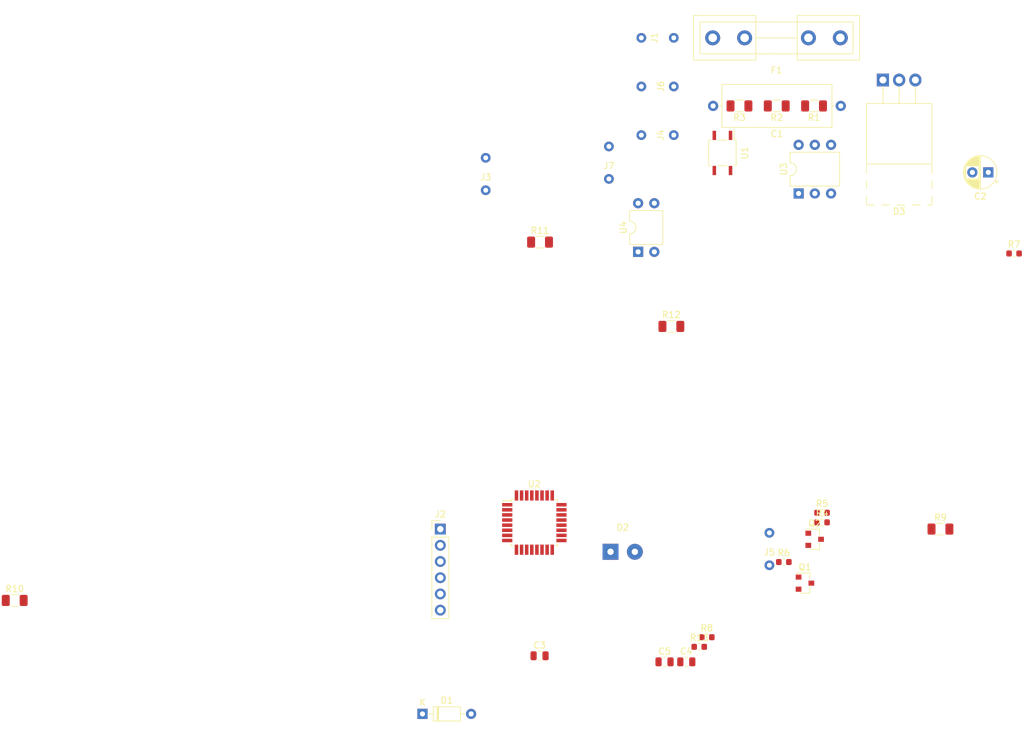
<source format=kicad_pcb>
(kicad_pcb (version 20171130) (host pcbnew "(5.0.0)")

  (general
    (thickness 1.6)
    (drawings 0)
    (tracks 0)
    (zones 0)
    (modules 35)
    (nets 28)
  )

  (page A4)
  (layers
    (0 F.Cu signal)
    (31 B.Cu signal)
    (32 B.Adhes user)
    (33 F.Adhes user)
    (34 B.Paste user)
    (35 F.Paste user)
    (36 B.SilkS user)
    (37 F.SilkS user)
    (38 B.Mask user)
    (39 F.Mask user)
    (40 Dwgs.User user)
    (41 Cmts.User user)
    (42 Eco1.User user)
    (43 Eco2.User user)
    (44 Edge.Cuts user)
    (45 Margin user)
    (46 B.CrtYd user)
    (47 F.CrtYd user)
    (48 B.Fab user)
    (49 F.Fab user)
  )

  (setup
    (last_trace_width 0.25)
    (trace_clearance 0.2)
    (zone_clearance 0.508)
    (zone_45_only no)
    (trace_min 0.2)
    (segment_width 0.2)
    (edge_width 0.15)
    (via_size 0.8)
    (via_drill 0.4)
    (via_min_size 0.4)
    (via_min_drill 0.3)
    (uvia_size 0.3)
    (uvia_drill 0.1)
    (uvias_allowed no)
    (uvia_min_size 0.2)
    (uvia_min_drill 0.1)
    (pcb_text_width 0.3)
    (pcb_text_size 1.5 1.5)
    (mod_edge_width 0.15)
    (mod_text_size 1 1)
    (mod_text_width 0.15)
    (pad_size 2.49936 2.49936)
    (pad_drill 1.00076)
    (pad_to_mask_clearance 0.2)
    (aux_axis_origin 0 0)
    (visible_elements 7FFFFFFF)
    (pcbplotparams
      (layerselection 0x010fc_ffffffff)
      (usegerberextensions false)
      (usegerberattributes false)
      (usegerberadvancedattributes false)
      (creategerberjobfile false)
      (excludeedgelayer true)
      (linewidth 0.100000)
      (plotframeref false)
      (viasonmask false)
      (mode 1)
      (useauxorigin false)
      (hpglpennumber 1)
      (hpglpenspeed 20)
      (hpglpendiameter 15.000000)
      (psnegative false)
      (psa4output false)
      (plotreference true)
      (plotvalue true)
      (plotinvisibletext false)
      (padsonsilk false)
      (subtractmaskfromsilk false)
      (outputformat 1)
      (mirror false)
      (drillshape 1)
      (scaleselection 1)
      (outputdirectory ""))
  )

  (net 0 "")
  (net 1 VCC)
  (net 2 GND)
  (net 3 LINE)
  (net 4 "Net-(F1-Pad2)")
  (net 5 NEUT)
  (net 6 Earth)
  (net 7 "Net-(J2-Pad5)")
  (net 8 "Net-(J2-Pad4)")
  (net 9 "Net-(J2-Pad3)")
  (net 10 "Net-(J2-Pad2)")
  (net 11 "Net-(D3-Pad2)")
  (net 12 "Net-(R1-Pad2)")
  (net 13 "Net-(R2-Pad2)")
  (net 14 "Net-(C1-Pad2)")
  (net 15 "Net-(R4-Pad2)")
  (net 16 "Net-(Q1-Pad1)")
  (net 17 "Net-(R6-Pad1)")
  (net 18 "Net-(R7-Pad2)")
  (net 19 "Net-(R8-Pad1)")
  (net 20 "Net-(R8-Pad2)")
  (net 21 "Net-(R10-Pad2)")
  (net 22 "Net-(R10-Pad1)")
  (net 23 "Net-(R11-Pad1)")
  (net 24 "Net-(R12-Pad1)")
  (net 25 "Net-(R13-Pad1)")
  (net 26 "Net-(D3-Pad3)")
  (net 27 "Net-(D2-Pad2)")

  (net_class Default "This is the default net class."
    (clearance 0.2)
    (trace_width 0.25)
    (via_dia 0.8)
    (via_drill 0.4)
    (uvia_dia 0.3)
    (uvia_drill 0.1)
    (add_net Earth)
    (add_net GND)
    (add_net LINE)
    (add_net NEUT)
    (add_net "Net-(C1-Pad2)")
    (add_net "Net-(D2-Pad2)")
    (add_net "Net-(D3-Pad2)")
    (add_net "Net-(D3-Pad3)")
    (add_net "Net-(F1-Pad2)")
    (add_net "Net-(J2-Pad2)")
    (add_net "Net-(J2-Pad3)")
    (add_net "Net-(J2-Pad4)")
    (add_net "Net-(J2-Pad5)")
    (add_net "Net-(Q1-Pad1)")
    (add_net "Net-(R1-Pad2)")
    (add_net "Net-(R10-Pad1)")
    (add_net "Net-(R10-Pad2)")
    (add_net "Net-(R11-Pad1)")
    (add_net "Net-(R12-Pad1)")
    (add_net "Net-(R13-Pad1)")
    (add_net "Net-(R2-Pad2)")
    (add_net "Net-(R4-Pad2)")
    (add_net "Net-(R6-Pad1)")
    (add_net "Net-(R7-Pad2)")
    (add_net "Net-(R8-Pad1)")
    (add_net "Net-(R8-Pad2)")
    (add_net VCC)
  )

  (module Capacitor_THT:CP_Radial_D5.0mm_P2.50mm (layer F.Cu) (tedit 5AE50EF0) (tstamp 5BFCAA14)
    (at 227.076 66.802 180)
    (descr "CP, Radial series, Radial, pin pitch=2.50mm, , diameter=5mm, Electrolytic Capacitor")
    (tags "CP Radial series Radial pin pitch 2.50mm  diameter 5mm Electrolytic Capacitor")
    (path /5AEEE0B9)
    (fp_text reference C2 (at 1.25 -3.75 180) (layer F.SilkS)
      (effects (font (size 1 1) (thickness 0.15)))
    )
    (fp_text value 220u (at 1.25 3.75 180) (layer F.Fab)
      (effects (font (size 1 1) (thickness 0.15)))
    )
    (fp_circle (center 1.25 0) (end 3.75 0) (layer F.Fab) (width 0.1))
    (fp_circle (center 1.25 0) (end 3.87 0) (layer F.SilkS) (width 0.12))
    (fp_circle (center 1.25 0) (end 4 0) (layer F.CrtYd) (width 0.05))
    (fp_line (start -0.883605 -1.0875) (end -0.383605 -1.0875) (layer F.Fab) (width 0.1))
    (fp_line (start -0.633605 -1.3375) (end -0.633605 -0.8375) (layer F.Fab) (width 0.1))
    (fp_line (start 1.25 -2.58) (end 1.25 2.58) (layer F.SilkS) (width 0.12))
    (fp_line (start 1.29 -2.58) (end 1.29 2.58) (layer F.SilkS) (width 0.12))
    (fp_line (start 1.33 -2.579) (end 1.33 2.579) (layer F.SilkS) (width 0.12))
    (fp_line (start 1.37 -2.578) (end 1.37 2.578) (layer F.SilkS) (width 0.12))
    (fp_line (start 1.41 -2.576) (end 1.41 2.576) (layer F.SilkS) (width 0.12))
    (fp_line (start 1.45 -2.573) (end 1.45 2.573) (layer F.SilkS) (width 0.12))
    (fp_line (start 1.49 -2.569) (end 1.49 -1.04) (layer F.SilkS) (width 0.12))
    (fp_line (start 1.49 1.04) (end 1.49 2.569) (layer F.SilkS) (width 0.12))
    (fp_line (start 1.53 -2.565) (end 1.53 -1.04) (layer F.SilkS) (width 0.12))
    (fp_line (start 1.53 1.04) (end 1.53 2.565) (layer F.SilkS) (width 0.12))
    (fp_line (start 1.57 -2.561) (end 1.57 -1.04) (layer F.SilkS) (width 0.12))
    (fp_line (start 1.57 1.04) (end 1.57 2.561) (layer F.SilkS) (width 0.12))
    (fp_line (start 1.61 -2.556) (end 1.61 -1.04) (layer F.SilkS) (width 0.12))
    (fp_line (start 1.61 1.04) (end 1.61 2.556) (layer F.SilkS) (width 0.12))
    (fp_line (start 1.65 -2.55) (end 1.65 -1.04) (layer F.SilkS) (width 0.12))
    (fp_line (start 1.65 1.04) (end 1.65 2.55) (layer F.SilkS) (width 0.12))
    (fp_line (start 1.69 -2.543) (end 1.69 -1.04) (layer F.SilkS) (width 0.12))
    (fp_line (start 1.69 1.04) (end 1.69 2.543) (layer F.SilkS) (width 0.12))
    (fp_line (start 1.73 -2.536) (end 1.73 -1.04) (layer F.SilkS) (width 0.12))
    (fp_line (start 1.73 1.04) (end 1.73 2.536) (layer F.SilkS) (width 0.12))
    (fp_line (start 1.77 -2.528) (end 1.77 -1.04) (layer F.SilkS) (width 0.12))
    (fp_line (start 1.77 1.04) (end 1.77 2.528) (layer F.SilkS) (width 0.12))
    (fp_line (start 1.81 -2.52) (end 1.81 -1.04) (layer F.SilkS) (width 0.12))
    (fp_line (start 1.81 1.04) (end 1.81 2.52) (layer F.SilkS) (width 0.12))
    (fp_line (start 1.85 -2.511) (end 1.85 -1.04) (layer F.SilkS) (width 0.12))
    (fp_line (start 1.85 1.04) (end 1.85 2.511) (layer F.SilkS) (width 0.12))
    (fp_line (start 1.89 -2.501) (end 1.89 -1.04) (layer F.SilkS) (width 0.12))
    (fp_line (start 1.89 1.04) (end 1.89 2.501) (layer F.SilkS) (width 0.12))
    (fp_line (start 1.93 -2.491) (end 1.93 -1.04) (layer F.SilkS) (width 0.12))
    (fp_line (start 1.93 1.04) (end 1.93 2.491) (layer F.SilkS) (width 0.12))
    (fp_line (start 1.971 -2.48) (end 1.971 -1.04) (layer F.SilkS) (width 0.12))
    (fp_line (start 1.971 1.04) (end 1.971 2.48) (layer F.SilkS) (width 0.12))
    (fp_line (start 2.011 -2.468) (end 2.011 -1.04) (layer F.SilkS) (width 0.12))
    (fp_line (start 2.011 1.04) (end 2.011 2.468) (layer F.SilkS) (width 0.12))
    (fp_line (start 2.051 -2.455) (end 2.051 -1.04) (layer F.SilkS) (width 0.12))
    (fp_line (start 2.051 1.04) (end 2.051 2.455) (layer F.SilkS) (width 0.12))
    (fp_line (start 2.091 -2.442) (end 2.091 -1.04) (layer F.SilkS) (width 0.12))
    (fp_line (start 2.091 1.04) (end 2.091 2.442) (layer F.SilkS) (width 0.12))
    (fp_line (start 2.131 -2.428) (end 2.131 -1.04) (layer F.SilkS) (width 0.12))
    (fp_line (start 2.131 1.04) (end 2.131 2.428) (layer F.SilkS) (width 0.12))
    (fp_line (start 2.171 -2.414) (end 2.171 -1.04) (layer F.SilkS) (width 0.12))
    (fp_line (start 2.171 1.04) (end 2.171 2.414) (layer F.SilkS) (width 0.12))
    (fp_line (start 2.211 -2.398) (end 2.211 -1.04) (layer F.SilkS) (width 0.12))
    (fp_line (start 2.211 1.04) (end 2.211 2.398) (layer F.SilkS) (width 0.12))
    (fp_line (start 2.251 -2.382) (end 2.251 -1.04) (layer F.SilkS) (width 0.12))
    (fp_line (start 2.251 1.04) (end 2.251 2.382) (layer F.SilkS) (width 0.12))
    (fp_line (start 2.291 -2.365) (end 2.291 -1.04) (layer F.SilkS) (width 0.12))
    (fp_line (start 2.291 1.04) (end 2.291 2.365) (layer F.SilkS) (width 0.12))
    (fp_line (start 2.331 -2.348) (end 2.331 -1.04) (layer F.SilkS) (width 0.12))
    (fp_line (start 2.331 1.04) (end 2.331 2.348) (layer F.SilkS) (width 0.12))
    (fp_line (start 2.371 -2.329) (end 2.371 -1.04) (layer F.SilkS) (width 0.12))
    (fp_line (start 2.371 1.04) (end 2.371 2.329) (layer F.SilkS) (width 0.12))
    (fp_line (start 2.411 -2.31) (end 2.411 -1.04) (layer F.SilkS) (width 0.12))
    (fp_line (start 2.411 1.04) (end 2.411 2.31) (layer F.SilkS) (width 0.12))
    (fp_line (start 2.451 -2.29) (end 2.451 -1.04) (layer F.SilkS) (width 0.12))
    (fp_line (start 2.451 1.04) (end 2.451 2.29) (layer F.SilkS) (width 0.12))
    (fp_line (start 2.491 -2.268) (end 2.491 -1.04) (layer F.SilkS) (width 0.12))
    (fp_line (start 2.491 1.04) (end 2.491 2.268) (layer F.SilkS) (width 0.12))
    (fp_line (start 2.531 -2.247) (end 2.531 -1.04) (layer F.SilkS) (width 0.12))
    (fp_line (start 2.531 1.04) (end 2.531 2.247) (layer F.SilkS) (width 0.12))
    (fp_line (start 2.571 -2.224) (end 2.571 -1.04) (layer F.SilkS) (width 0.12))
    (fp_line (start 2.571 1.04) (end 2.571 2.224) (layer F.SilkS) (width 0.12))
    (fp_line (start 2.611 -2.2) (end 2.611 -1.04) (layer F.SilkS) (width 0.12))
    (fp_line (start 2.611 1.04) (end 2.611 2.2) (layer F.SilkS) (width 0.12))
    (fp_line (start 2.651 -2.175) (end 2.651 -1.04) (layer F.SilkS) (width 0.12))
    (fp_line (start 2.651 1.04) (end 2.651 2.175) (layer F.SilkS) (width 0.12))
    (fp_line (start 2.691 -2.149) (end 2.691 -1.04) (layer F.SilkS) (width 0.12))
    (fp_line (start 2.691 1.04) (end 2.691 2.149) (layer F.SilkS) (width 0.12))
    (fp_line (start 2.731 -2.122) (end 2.731 -1.04) (layer F.SilkS) (width 0.12))
    (fp_line (start 2.731 1.04) (end 2.731 2.122) (layer F.SilkS) (width 0.12))
    (fp_line (start 2.771 -2.095) (end 2.771 -1.04) (layer F.SilkS) (width 0.12))
    (fp_line (start 2.771 1.04) (end 2.771 2.095) (layer F.SilkS) (width 0.12))
    (fp_line (start 2.811 -2.065) (end 2.811 -1.04) (layer F.SilkS) (width 0.12))
    (fp_line (start 2.811 1.04) (end 2.811 2.065) (layer F.SilkS) (width 0.12))
    (fp_line (start 2.851 -2.035) (end 2.851 -1.04) (layer F.SilkS) (width 0.12))
    (fp_line (start 2.851 1.04) (end 2.851 2.035) (layer F.SilkS) (width 0.12))
    (fp_line (start 2.891 -2.004) (end 2.891 -1.04) (layer F.SilkS) (width 0.12))
    (fp_line (start 2.891 1.04) (end 2.891 2.004) (layer F.SilkS) (width 0.12))
    (fp_line (start 2.931 -1.971) (end 2.931 -1.04) (layer F.SilkS) (width 0.12))
    (fp_line (start 2.931 1.04) (end 2.931 1.971) (layer F.SilkS) (width 0.12))
    (fp_line (start 2.971 -1.937) (end 2.971 -1.04) (layer F.SilkS) (width 0.12))
    (fp_line (start 2.971 1.04) (end 2.971 1.937) (layer F.SilkS) (width 0.12))
    (fp_line (start 3.011 -1.901) (end 3.011 -1.04) (layer F.SilkS) (width 0.12))
    (fp_line (start 3.011 1.04) (end 3.011 1.901) (layer F.SilkS) (width 0.12))
    (fp_line (start 3.051 -1.864) (end 3.051 -1.04) (layer F.SilkS) (width 0.12))
    (fp_line (start 3.051 1.04) (end 3.051 1.864) (layer F.SilkS) (width 0.12))
    (fp_line (start 3.091 -1.826) (end 3.091 -1.04) (layer F.SilkS) (width 0.12))
    (fp_line (start 3.091 1.04) (end 3.091 1.826) (layer F.SilkS) (width 0.12))
    (fp_line (start 3.131 -1.785) (end 3.131 -1.04) (layer F.SilkS) (width 0.12))
    (fp_line (start 3.131 1.04) (end 3.131 1.785) (layer F.SilkS) (width 0.12))
    (fp_line (start 3.171 -1.743) (end 3.171 -1.04) (layer F.SilkS) (width 0.12))
    (fp_line (start 3.171 1.04) (end 3.171 1.743) (layer F.SilkS) (width 0.12))
    (fp_line (start 3.211 -1.699) (end 3.211 -1.04) (layer F.SilkS) (width 0.12))
    (fp_line (start 3.211 1.04) (end 3.211 1.699) (layer F.SilkS) (width 0.12))
    (fp_line (start 3.251 -1.653) (end 3.251 -1.04) (layer F.SilkS) (width 0.12))
    (fp_line (start 3.251 1.04) (end 3.251 1.653) (layer F.SilkS) (width 0.12))
    (fp_line (start 3.291 -1.605) (end 3.291 -1.04) (layer F.SilkS) (width 0.12))
    (fp_line (start 3.291 1.04) (end 3.291 1.605) (layer F.SilkS) (width 0.12))
    (fp_line (start 3.331 -1.554) (end 3.331 -1.04) (layer F.SilkS) (width 0.12))
    (fp_line (start 3.331 1.04) (end 3.331 1.554) (layer F.SilkS) (width 0.12))
    (fp_line (start 3.371 -1.5) (end 3.371 -1.04) (layer F.SilkS) (width 0.12))
    (fp_line (start 3.371 1.04) (end 3.371 1.5) (layer F.SilkS) (width 0.12))
    (fp_line (start 3.411 -1.443) (end 3.411 -1.04) (layer F.SilkS) (width 0.12))
    (fp_line (start 3.411 1.04) (end 3.411 1.443) (layer F.SilkS) (width 0.12))
    (fp_line (start 3.451 -1.383) (end 3.451 -1.04) (layer F.SilkS) (width 0.12))
    (fp_line (start 3.451 1.04) (end 3.451 1.383) (layer F.SilkS) (width 0.12))
    (fp_line (start 3.491 -1.319) (end 3.491 -1.04) (layer F.SilkS) (width 0.12))
    (fp_line (start 3.491 1.04) (end 3.491 1.319) (layer F.SilkS) (width 0.12))
    (fp_line (start 3.531 -1.251) (end 3.531 -1.04) (layer F.SilkS) (width 0.12))
    (fp_line (start 3.531 1.04) (end 3.531 1.251) (layer F.SilkS) (width 0.12))
    (fp_line (start 3.571 -1.178) (end 3.571 1.178) (layer F.SilkS) (width 0.12))
    (fp_line (start 3.611 -1.098) (end 3.611 1.098) (layer F.SilkS) (width 0.12))
    (fp_line (start 3.651 -1.011) (end 3.651 1.011) (layer F.SilkS) (width 0.12))
    (fp_line (start 3.691 -0.915) (end 3.691 0.915) (layer F.SilkS) (width 0.12))
    (fp_line (start 3.731 -0.805) (end 3.731 0.805) (layer F.SilkS) (width 0.12))
    (fp_line (start 3.771 -0.677) (end 3.771 0.677) (layer F.SilkS) (width 0.12))
    (fp_line (start 3.811 -0.518) (end 3.811 0.518) (layer F.SilkS) (width 0.12))
    (fp_line (start 3.851 -0.284) (end 3.851 0.284) (layer F.SilkS) (width 0.12))
    (fp_line (start -1.554775 -1.475) (end -1.054775 -1.475) (layer F.SilkS) (width 0.12))
    (fp_line (start -1.304775 -1.725) (end -1.304775 -1.225) (layer F.SilkS) (width 0.12))
    (fp_text user %R (at 1.25 0 180) (layer F.Fab)
      (effects (font (size 1 1) (thickness 0.15)))
    )
    (pad 1 thru_hole rect (at 0 0 180) (size 1.6 1.6) (drill 0.8) (layers *.Cu *.Mask)
      (net 1 VCC))
    (pad 2 thru_hole circle (at 2.5 0 180) (size 1.6 1.6) (drill 0.8) (layers *.Cu *.Mask)
      (net 2 GND))
    (model ${KISYS3DMOD}/Capacitor_THT.3dshapes/CP_Radial_D5.0mm_P2.50mm.wrl
      (at (xyz 0 0 0))
      (scale (xyz 1 1 1))
      (rotate (xyz 0 0 0))
    )
  )

  (module Capacitor_SMD:C_0805_2012Metric (layer F.Cu) (tedit 5B36C52B) (tstamp 5BFCAA25)
    (at 156.772001 142.531001)
    (descr "Capacitor SMD 0805 (2012 Metric), square (rectangular) end terminal, IPC_7351 nominal, (Body size source: https://docs.google.com/spreadsheets/d/1BsfQQcO9C6DZCsRaXUlFlo91Tg2WpOkGARC1WS5S8t0/edit?usp=sharing), generated with kicad-footprint-generator")
    (tags capacitor)
    (path /5BFD0A5F)
    (attr smd)
    (fp_text reference C3 (at 0 -1.65) (layer F.SilkS)
      (effects (font (size 1 1) (thickness 0.15)))
    )
    (fp_text value 100n (at 0 1.65) (layer F.Fab)
      (effects (font (size 1 1) (thickness 0.15)))
    )
    (fp_line (start -1 0.6) (end -1 -0.6) (layer F.Fab) (width 0.1))
    (fp_line (start -1 -0.6) (end 1 -0.6) (layer F.Fab) (width 0.1))
    (fp_line (start 1 -0.6) (end 1 0.6) (layer F.Fab) (width 0.1))
    (fp_line (start 1 0.6) (end -1 0.6) (layer F.Fab) (width 0.1))
    (fp_line (start -0.258578 -0.71) (end 0.258578 -0.71) (layer F.SilkS) (width 0.12))
    (fp_line (start -0.258578 0.71) (end 0.258578 0.71) (layer F.SilkS) (width 0.12))
    (fp_line (start -1.68 0.95) (end -1.68 -0.95) (layer F.CrtYd) (width 0.05))
    (fp_line (start -1.68 -0.95) (end 1.68 -0.95) (layer F.CrtYd) (width 0.05))
    (fp_line (start 1.68 -0.95) (end 1.68 0.95) (layer F.CrtYd) (width 0.05))
    (fp_line (start 1.68 0.95) (end -1.68 0.95) (layer F.CrtYd) (width 0.05))
    (fp_text user %R (at 0 0) (layer F.Fab)
      (effects (font (size 0.5 0.5) (thickness 0.08)))
    )
    (pad 1 smd roundrect (at -0.9375 0) (size 0.975 1.4) (layers F.Cu F.Paste F.Mask) (roundrect_rratio 0.25)
      (net 1 VCC))
    (pad 2 smd roundrect (at 0.9375 0) (size 0.975 1.4) (layers F.Cu F.Paste F.Mask) (roundrect_rratio 0.25)
      (net 2 GND))
    (model ${KISYS3DMOD}/Capacitor_SMD.3dshapes/C_0805_2012Metric.wrl
      (at (xyz 0 0 0))
      (scale (xyz 1 1 1))
      (rotate (xyz 0 0 0))
    )
  )

  (module Capacitor_SMD:C_0805_2012Metric (layer F.Cu) (tedit 5B36C52B) (tstamp 5BFCAA36)
    (at 179.762001 143.481001)
    (descr "Capacitor SMD 0805 (2012 Metric), square (rectangular) end terminal, IPC_7351 nominal, (Body size source: https://docs.google.com/spreadsheets/d/1BsfQQcO9C6DZCsRaXUlFlo91Tg2WpOkGARC1WS5S8t0/edit?usp=sharing), generated with kicad-footprint-generator")
    (tags capacitor)
    (path /5BFC5A28)
    (attr smd)
    (fp_text reference C4 (at 0 -1.65) (layer F.SilkS)
      (effects (font (size 1 1) (thickness 0.15)))
    )
    (fp_text value 100n (at 0 1.65) (layer F.Fab)
      (effects (font (size 1 1) (thickness 0.15)))
    )
    (fp_text user %R (at 0 0) (layer F.Fab)
      (effects (font (size 0.5 0.5) (thickness 0.08)))
    )
    (fp_line (start 1.68 0.95) (end -1.68 0.95) (layer F.CrtYd) (width 0.05))
    (fp_line (start 1.68 -0.95) (end 1.68 0.95) (layer F.CrtYd) (width 0.05))
    (fp_line (start -1.68 -0.95) (end 1.68 -0.95) (layer F.CrtYd) (width 0.05))
    (fp_line (start -1.68 0.95) (end -1.68 -0.95) (layer F.CrtYd) (width 0.05))
    (fp_line (start -0.258578 0.71) (end 0.258578 0.71) (layer F.SilkS) (width 0.12))
    (fp_line (start -0.258578 -0.71) (end 0.258578 -0.71) (layer F.SilkS) (width 0.12))
    (fp_line (start 1 0.6) (end -1 0.6) (layer F.Fab) (width 0.1))
    (fp_line (start 1 -0.6) (end 1 0.6) (layer F.Fab) (width 0.1))
    (fp_line (start -1 -0.6) (end 1 -0.6) (layer F.Fab) (width 0.1))
    (fp_line (start -1 0.6) (end -1 -0.6) (layer F.Fab) (width 0.1))
    (pad 2 smd roundrect (at 0.9375 0) (size 0.975 1.4) (layers F.Cu F.Paste F.Mask) (roundrect_rratio 0.25)
      (net 2 GND))
    (pad 1 smd roundrect (at -0.9375 0) (size 0.975 1.4) (layers F.Cu F.Paste F.Mask) (roundrect_rratio 0.25)
      (net 1 VCC))
    (model ${KISYS3DMOD}/Capacitor_SMD.3dshapes/C_0805_2012Metric.wrl
      (at (xyz 0 0 0))
      (scale (xyz 1 1 1))
      (rotate (xyz 0 0 0))
    )
  )

  (module Capacitor_SMD:C_0805_2012Metric (layer F.Cu) (tedit 5B36C52B) (tstamp 5BFCAA47)
    (at 176.352001 143.481001)
    (descr "Capacitor SMD 0805 (2012 Metric), square (rectangular) end terminal, IPC_7351 nominal, (Body size source: https://docs.google.com/spreadsheets/d/1BsfQQcO9C6DZCsRaXUlFlo91Tg2WpOkGARC1WS5S8t0/edit?usp=sharing), generated with kicad-footprint-generator")
    (tags capacitor)
    (path /5BFC5A84)
    (attr smd)
    (fp_text reference C5 (at 0 -1.65) (layer F.SilkS)
      (effects (font (size 1 1) (thickness 0.15)))
    )
    (fp_text value 100n (at 0 1.65) (layer F.Fab)
      (effects (font (size 1 1) (thickness 0.15)))
    )
    (fp_line (start -1 0.6) (end -1 -0.6) (layer F.Fab) (width 0.1))
    (fp_line (start -1 -0.6) (end 1 -0.6) (layer F.Fab) (width 0.1))
    (fp_line (start 1 -0.6) (end 1 0.6) (layer F.Fab) (width 0.1))
    (fp_line (start 1 0.6) (end -1 0.6) (layer F.Fab) (width 0.1))
    (fp_line (start -0.258578 -0.71) (end 0.258578 -0.71) (layer F.SilkS) (width 0.12))
    (fp_line (start -0.258578 0.71) (end 0.258578 0.71) (layer F.SilkS) (width 0.12))
    (fp_line (start -1.68 0.95) (end -1.68 -0.95) (layer F.CrtYd) (width 0.05))
    (fp_line (start -1.68 -0.95) (end 1.68 -0.95) (layer F.CrtYd) (width 0.05))
    (fp_line (start 1.68 -0.95) (end 1.68 0.95) (layer F.CrtYd) (width 0.05))
    (fp_line (start 1.68 0.95) (end -1.68 0.95) (layer F.CrtYd) (width 0.05))
    (fp_text user %R (at 0 0) (layer F.Fab)
      (effects (font (size 0.5 0.5) (thickness 0.08)))
    )
    (pad 1 smd roundrect (at -0.9375 0) (size 0.975 1.4) (layers F.Cu F.Paste F.Mask) (roundrect_rratio 0.25)
      (net 1 VCC))
    (pad 2 smd roundrect (at 0.9375 0) (size 0.975 1.4) (layers F.Cu F.Paste F.Mask) (roundrect_rratio 0.25)
      (net 2 GND))
    (model ${KISYS3DMOD}/Capacitor_SMD.3dshapes/C_0805_2012Metric.wrl
      (at (xyz 0 0 0))
      (scale (xyz 1 1 1))
      (rotate (xyz 0 0 0))
    )
  )

  (module Diode_THT:D_DO-35_SOD27_P7.62mm_Horizontal (layer F.Cu) (tedit 5AE50CD5) (tstamp 5BFCAA66)
    (at 138.43 151.638)
    (descr "Diode, DO-35_SOD27 series, Axial, Horizontal, pin pitch=7.62mm, , length*diameter=4*2mm^2, , http://www.diodes.com/_files/packages/DO-35.pdf")
    (tags "Diode DO-35_SOD27 series Axial Horizontal pin pitch 7.62mm  length 4mm diameter 2mm")
    (path /5AEEBD7A)
    (fp_text reference D1 (at 3.81 -2.12) (layer F.SilkS)
      (effects (font (size 1 1) (thickness 0.15)))
    )
    (fp_text value Zener_5v (at 3.81 2.12) (layer F.Fab)
      (effects (font (size 1 1) (thickness 0.15)))
    )
    (fp_line (start 1.81 -1) (end 1.81 1) (layer F.Fab) (width 0.1))
    (fp_line (start 1.81 1) (end 5.81 1) (layer F.Fab) (width 0.1))
    (fp_line (start 5.81 1) (end 5.81 -1) (layer F.Fab) (width 0.1))
    (fp_line (start 5.81 -1) (end 1.81 -1) (layer F.Fab) (width 0.1))
    (fp_line (start 0 0) (end 1.81 0) (layer F.Fab) (width 0.1))
    (fp_line (start 7.62 0) (end 5.81 0) (layer F.Fab) (width 0.1))
    (fp_line (start 2.41 -1) (end 2.41 1) (layer F.Fab) (width 0.1))
    (fp_line (start 2.51 -1) (end 2.51 1) (layer F.Fab) (width 0.1))
    (fp_line (start 2.31 -1) (end 2.31 1) (layer F.Fab) (width 0.1))
    (fp_line (start 1.69 -1.12) (end 1.69 1.12) (layer F.SilkS) (width 0.12))
    (fp_line (start 1.69 1.12) (end 5.93 1.12) (layer F.SilkS) (width 0.12))
    (fp_line (start 5.93 1.12) (end 5.93 -1.12) (layer F.SilkS) (width 0.12))
    (fp_line (start 5.93 -1.12) (end 1.69 -1.12) (layer F.SilkS) (width 0.12))
    (fp_line (start 1.04 0) (end 1.69 0) (layer F.SilkS) (width 0.12))
    (fp_line (start 6.58 0) (end 5.93 0) (layer F.SilkS) (width 0.12))
    (fp_line (start 2.41 -1.12) (end 2.41 1.12) (layer F.SilkS) (width 0.12))
    (fp_line (start 2.53 -1.12) (end 2.53 1.12) (layer F.SilkS) (width 0.12))
    (fp_line (start 2.29 -1.12) (end 2.29 1.12) (layer F.SilkS) (width 0.12))
    (fp_line (start -1.05 -1.25) (end -1.05 1.25) (layer F.CrtYd) (width 0.05))
    (fp_line (start -1.05 1.25) (end 8.67 1.25) (layer F.CrtYd) (width 0.05))
    (fp_line (start 8.67 1.25) (end 8.67 -1.25) (layer F.CrtYd) (width 0.05))
    (fp_line (start 8.67 -1.25) (end -1.05 -1.25) (layer F.CrtYd) (width 0.05))
    (fp_text user %R (at 4.11 0) (layer F.Fab)
      (effects (font (size 0.8 0.8) (thickness 0.12)))
    )
    (fp_text user K (at 0 -1.8) (layer F.Fab)
      (effects (font (size 1 1) (thickness 0.15)))
    )
    (fp_text user K (at 0 -1.8) (layer F.SilkS)
      (effects (font (size 1 1) (thickness 0.15)))
    )
    (pad 1 thru_hole rect (at 0 0) (size 1.6 1.6) (drill 0.8) (layers *.Cu *.Mask)
      (net 1 VCC))
    (pad 2 thru_hole oval (at 7.62 0) (size 1.6 1.6) (drill 0.8) (layers *.Cu *.Mask)
      (net 2 GND))
    (model ${KISYS3DMOD}/Diode_THT.3dshapes/D_DO-35_SOD27_P7.62mm_Horizontal.wrl
      (at (xyz 0 0 0))
      (scale (xyz 1 1 1))
      (rotate (xyz 0 0 0))
    )
  )

  (module Connector_Wire:SolderWirePad_1x02_P3.81mm_Drill1mm (layer F.Cu) (tedit 5AEE5F04) (tstamp 5BFCAA71)
    (at 167.894 126.238)
    (descr "Wire solder connection")
    (tags connector)
    (path /5AEEBE4C)
    (attr virtual)
    (fp_text reference D2 (at 1.905 -3.81) (layer F.SilkS)
      (effects (font (size 1 1) (thickness 0.15)))
    )
    (fp_text value 1n4148 (at 1.905 3.81) (layer F.Fab)
      (effects (font (size 1 1) (thickness 0.15)))
    )
    (fp_text user %R (at 1.905 0) (layer F.Fab)
      (effects (font (size 1 1) (thickness 0.15)))
    )
    (fp_line (start -1.74 -1.75) (end 5.56 -1.75) (layer F.CrtYd) (width 0.05))
    (fp_line (start -1.74 -1.75) (end -1.74 1.75) (layer F.CrtYd) (width 0.05))
    (fp_line (start 5.56 1.75) (end 5.56 -1.75) (layer F.CrtYd) (width 0.05))
    (fp_line (start 5.56 1.75) (end -1.74 1.75) (layer F.CrtYd) (width 0.05))
    (pad 1 thru_hole rect (at 0 0) (size 2.49936 2.49936) (drill 1.00076) (layers *.Cu *.Mask)
      (net 2 GND))
    (pad 2 thru_hole circle (at 3.81 0) (size 2.49936 2.49936) (drill 1.00076) (layers *.Cu *.Mask)
      (net 27 "Net-(D2-Pad2)"))
  )

  (module Fuses2:Fuseholder5x20_horiz_open_inline_Type-I (layer F.Cu) (tedit 5880C3AD) (tstamp 5BFCAABD)
    (at 203.896 45.72 180)
    (descr "Fuseholder, 5x20, open, horizontal, Type-I, Inline,")
    (tags "Fuseholder 5x20 open horizontal Type-I Inline Sicherungshalter offen ")
    (path /5AEED608)
    (fp_text reference F1 (at 10 -5.08 180) (layer F.SilkS)
      (effects (font (size 1 1) (thickness 0.15)))
    )
    (fp_text value Fuse (at 11.27 5.08 180) (layer F.Fab)
      (effects (font (size 1 1) (thickness 0.15)))
    )
    (fp_line (start 5 0) (end 15 0) (layer F.Fab) (width 0.1))
    (fp_line (start -2 -2.5) (end 22 -2.5) (layer F.Fab) (width 0.1))
    (fp_line (start 22 -2.5) (end 22 2.5) (layer F.Fab) (width 0.1))
    (fp_line (start 22 2.5) (end -2 2.5) (layer F.Fab) (width 0.1))
    (fp_line (start -2 2.5) (end -2 -2.5) (layer F.Fab) (width 0.1))
    (fp_line (start 13.35 -3.4) (end 13.35 3.4) (layer F.Fab) (width 0.1))
    (fp_line (start 13.35 3.4) (end 22.9 3.4) (layer F.Fab) (width 0.1))
    (fp_line (start 22.9 3.4) (end 22.9 -3.4) (layer F.Fab) (width 0.1))
    (fp_line (start 22.9 -3.4) (end 13.35 -3.4) (layer F.Fab) (width 0.1))
    (fp_line (start -2.95 -3.4) (end 6.65 -3.4) (layer F.Fab) (width 0.1))
    (fp_line (start 6.65 -3.4) (end 6.65 3.4) (layer F.Fab) (width 0.1))
    (fp_line (start 6.65 3.4) (end -2.9 3.4) (layer F.Fab) (width 0.1))
    (fp_line (start -2.9 3.4) (end -2.9 -3.4) (layer F.Fab) (width 0.1))
    (fp_line (start 13.25 0) (end 6.75 0) (layer F.SilkS) (width 0.12))
    (fp_line (start 13.25 -3.5) (end 13.25 3.5) (layer F.SilkS) (width 0.12))
    (fp_line (start 22 3.5) (end 13.25 3.5) (layer F.SilkS) (width 0.12))
    (fp_line (start 22 -3.5) (end 13.25 -3.5) (layer F.SilkS) (width 0.12))
    (fp_line (start -0.75 2.5) (end -2 2.5) (layer F.SilkS) (width 0.12))
    (fp_line (start -0.5 -2.5) (end -2 -2.5) (layer F.SilkS) (width 0.12))
    (fp_line (start 11.5 2.5) (end -0.75 2.5) (layer F.SilkS) (width 0.12))
    (fp_line (start 11.25 -2.5) (end -0.5 -2.5) (layer F.SilkS) (width 0.12))
    (fp_line (start 22 2.5) (end 11.5 2.5) (layer F.SilkS) (width 0.12))
    (fp_line (start 22 -2.5) (end 11.25 -2.5) (layer F.SilkS) (width 0.12))
    (fp_line (start 22 -2.5) (end 22 2.5) (layer F.SilkS) (width 0.12))
    (fp_line (start 23 -3.5) (end 22 -3.5) (layer F.SilkS) (width 0.12))
    (fp_line (start 23 -3.5) (end 23 3.5) (layer F.SilkS) (width 0.12))
    (fp_line (start 23 3.5) (end 22 3.5) (layer F.SilkS) (width 0.12))
    (fp_line (start -2 -2.5) (end -2 2.5) (layer F.SilkS) (width 0.12))
    (fp_line (start 6.75 -3.5) (end -3 -3.5) (layer F.SilkS) (width 0.12))
    (fp_line (start -3 -3.5) (end -3 3.5) (layer F.SilkS) (width 0.12))
    (fp_line (start 6.75 3.5) (end -3 3.5) (layer F.SilkS) (width 0.12))
    (fp_line (start 6.75 -3.5) (end 6.75 3.5) (layer F.SilkS) (width 0.12))
    (fp_line (start -3.2 -3.65) (end 23.15 -3.65) (layer F.CrtYd) (width 0.05))
    (fp_line (start -3.2 -3.65) (end -3.2 3.65) (layer F.CrtYd) (width 0.05))
    (fp_line (start 23.15 3.65) (end 23.15 -3.65) (layer F.CrtYd) (width 0.05))
    (fp_line (start 23.15 3.65) (end -3.2 3.65) (layer F.CrtYd) (width 0.05))
    (pad 2 thru_hole circle (at 15 0 180) (size 2.35 2.35) (drill 1.35) (layers *.Cu *.Mask)
      (net 4 "Net-(F1-Pad2)"))
    (pad 2 thru_hole circle (at 20 0 180) (size 2.35 2.35) (drill 1.35) (layers *.Cu *.Mask)
      (net 4 "Net-(F1-Pad2)"))
    (pad 1 thru_hole circle (at 5 0 180) (size 2.35 2.35) (drill 1.35) (layers *.Cu *.Mask)
      (net 3 LINE))
    (pad 1 thru_hole circle (at 0 0 180) (size 2.35 2.35) (drill 1.35) (layers *.Cu *.Mask)
      (net 3 LINE))
  )

  (module Connector:spade_4.8mm (layer F.Cu) (tedit 5BFC0671) (tstamp 5BFCAAC3)
    (at 175.26 45.72 270)
    (path /5BFC2E4E)
    (fp_text reference J1 (at 0 0.5 270) (layer F.SilkS)
      (effects (font (size 1 1) (thickness 0.15)))
    )
    (fp_text value Conn_01x01 (at 0 5.08 270) (layer F.Fab)
      (effects (font (size 1 1) (thickness 0.15)))
    )
    (pad 1 thru_hole circle (at 0 -2.54 270) (size 1.524 1.524) (drill 0.762) (layers *.Cu *.Mask)
      (net 4 "Net-(F1-Pad2)"))
    (pad 1 thru_hole circle (at 0 2.54 270) (size 1.524 1.524) (drill 0.762) (layers *.Cu *.Mask)
      (net 4 "Net-(F1-Pad2)"))
  )

  (module Connector_PinHeader_2.54mm:PinHeader_1x06_P2.54mm_Vertical (layer F.Cu) (tedit 59FED5CC) (tstamp 5BFCAADD)
    (at 141.224 122.682)
    (descr "Through hole straight pin header, 1x06, 2.54mm pitch, single row")
    (tags "Through hole pin header THT 1x06 2.54mm single row")
    (path /5BFBA52B)
    (fp_text reference J2 (at 0 -2.33) (layer F.SilkS)
      (effects (font (size 1 1) (thickness 0.15)))
    )
    (fp_text value Conn_01x06 (at 0 15.03) (layer F.Fab)
      (effects (font (size 1 1) (thickness 0.15)))
    )
    (fp_line (start -0.635 -1.27) (end 1.27 -1.27) (layer F.Fab) (width 0.1))
    (fp_line (start 1.27 -1.27) (end 1.27 13.97) (layer F.Fab) (width 0.1))
    (fp_line (start 1.27 13.97) (end -1.27 13.97) (layer F.Fab) (width 0.1))
    (fp_line (start -1.27 13.97) (end -1.27 -0.635) (layer F.Fab) (width 0.1))
    (fp_line (start -1.27 -0.635) (end -0.635 -1.27) (layer F.Fab) (width 0.1))
    (fp_line (start -1.33 14.03) (end 1.33 14.03) (layer F.SilkS) (width 0.12))
    (fp_line (start -1.33 1.27) (end -1.33 14.03) (layer F.SilkS) (width 0.12))
    (fp_line (start 1.33 1.27) (end 1.33 14.03) (layer F.SilkS) (width 0.12))
    (fp_line (start -1.33 1.27) (end 1.33 1.27) (layer F.SilkS) (width 0.12))
    (fp_line (start -1.33 0) (end -1.33 -1.33) (layer F.SilkS) (width 0.12))
    (fp_line (start -1.33 -1.33) (end 0 -1.33) (layer F.SilkS) (width 0.12))
    (fp_line (start -1.8 -1.8) (end -1.8 14.5) (layer F.CrtYd) (width 0.05))
    (fp_line (start -1.8 14.5) (end 1.8 14.5) (layer F.CrtYd) (width 0.05))
    (fp_line (start 1.8 14.5) (end 1.8 -1.8) (layer F.CrtYd) (width 0.05))
    (fp_line (start 1.8 -1.8) (end -1.8 -1.8) (layer F.CrtYd) (width 0.05))
    (fp_text user %R (at 0 6.35 90) (layer F.Fab)
      (effects (font (size 1 1) (thickness 0.15)))
    )
    (pad 1 thru_hole rect (at 0 0) (size 1.7 1.7) (drill 1) (layers *.Cu *.Mask)
      (net 1 VCC))
    (pad 2 thru_hole oval (at 0 2.54) (size 1.7 1.7) (drill 1) (layers *.Cu *.Mask)
      (net 10 "Net-(J2-Pad2)"))
    (pad 3 thru_hole oval (at 0 5.08) (size 1.7 1.7) (drill 1) (layers *.Cu *.Mask)
      (net 9 "Net-(J2-Pad3)"))
    (pad 4 thru_hole oval (at 0 7.62) (size 1.7 1.7) (drill 1) (layers *.Cu *.Mask)
      (net 8 "Net-(J2-Pad4)"))
    (pad 5 thru_hole oval (at 0 10.16) (size 1.7 1.7) (drill 1) (layers *.Cu *.Mask)
      (net 7 "Net-(J2-Pad5)"))
    (pad 6 thru_hole oval (at 0 12.7) (size 1.7 1.7) (drill 1) (layers *.Cu *.Mask)
      (net 2 GND))
    (model ${KISYS3DMOD}/Connector_PinHeader_2.54mm.3dshapes/PinHeader_1x06_P2.54mm_Vertical.wrl
      (at (xyz 0 0 0))
      (scale (xyz 1 1 1))
      (rotate (xyz 0 0 0))
    )
  )

  (module Connector:spade_4.8mm (layer F.Cu) (tedit 5BFC0671) (tstamp 5BFCAAE3)
    (at 148.336 67.056)
    (path /5BFCA63F)
    (fp_text reference J3 (at 0 0.5) (layer F.SilkS)
      (effects (font (size 1 1) (thickness 0.15)))
    )
    (fp_text value Conn_01x01 (at 0 5.08) (layer F.Fab)
      (effects (font (size 1 1) (thickness 0.15)))
    )
    (pad 1 thru_hole circle (at 0 -2.54) (size 1.524 1.524) (drill 0.762) (layers *.Cu *.Mask)
      (net 5 NEUT))
    (pad 1 thru_hole circle (at 0 2.54) (size 1.524 1.524) (drill 0.762) (layers *.Cu *.Mask)
      (net 5 NEUT))
  )

  (module Connector:spade_4.8mm (layer F.Cu) (tedit 5BFC0671) (tstamp 5BFCAAE9)
    (at 175.26 60.96 90)
    (path /5BFCA3B5)
    (fp_text reference J4 (at 0 0.5 90) (layer F.SilkS)
      (effects (font (size 1 1) (thickness 0.15)))
    )
    (fp_text value Conn_01x01 (at 0 5.08 90) (layer F.Fab)
      (effects (font (size 1 1) (thickness 0.15)))
    )
    (pad 1 thru_hole circle (at 0 2.54 90) (size 1.524 1.524) (drill 0.762) (layers *.Cu *.Mask)
      (net 6 Earth))
    (pad 1 thru_hole circle (at 0 -2.54 90) (size 1.524 1.524) (drill 0.762) (layers *.Cu *.Mask)
      (net 6 Earth))
  )

  (module Connector:spade_4.8mm (layer F.Cu) (tedit 5BFC0671) (tstamp 5BFCAAEF)
    (at 192.779 125.808)
    (path /5BFD1568)
    (fp_text reference J5 (at 0 0.5) (layer F.SilkS)
      (effects (font (size 1 1) (thickness 0.15)))
    )
    (fp_text value Conn_01x01 (at 0 5.08) (layer F.Fab)
      (effects (font (size 1 1) (thickness 0.15)))
    )
    (pad 1 thru_hole circle (at 0 2.54) (size 1.524 1.524) (drill 0.762) (layers *.Cu *.Mask)
      (net 11 "Net-(D3-Pad2)"))
    (pad 1 thru_hole circle (at 0 -2.54) (size 1.524 1.524) (drill 0.762) (layers *.Cu *.Mask)
      (net 11 "Net-(D3-Pad2)"))
  )

  (module Connector:spade_4.8mm (layer F.Cu) (tedit 5BFC0671) (tstamp 5BFCAAF5)
    (at 175.26 53.34 90)
    (path /5BFD17D8)
    (fp_text reference J6 (at 0 0.5 90) (layer F.SilkS)
      (effects (font (size 1 1) (thickness 0.15)))
    )
    (fp_text value Conn_01x01 (at 0 5.08 90) (layer F.Fab)
      (effects (font (size 1 1) (thickness 0.15)))
    )
    (pad 1 thru_hole circle (at 0 -2.54 90) (size 1.524 1.524) (drill 0.762) (layers *.Cu *.Mask)
      (net 5 NEUT))
    (pad 1 thru_hole circle (at 0 2.54 90) (size 1.524 1.524) (drill 0.762) (layers *.Cu *.Mask)
      (net 5 NEUT))
  )

  (module Connector:spade_4.8mm (layer F.Cu) (tedit 5BFC0671) (tstamp 5BFCAAFB)
    (at 167.64 65.278)
    (path /5BFD1832)
    (fp_text reference J7 (at 0 0.5) (layer F.SilkS)
      (effects (font (size 1 1) (thickness 0.15)))
    )
    (fp_text value Conn_01x01 (at 0 5.08) (layer F.Fab)
      (effects (font (size 1 1) (thickness 0.15)))
    )
    (pad 1 thru_hole circle (at 0 2.54) (size 1.524 1.524) (drill 0.762) (layers *.Cu *.Mask)
      (net 6 Earth))
    (pad 1 thru_hole circle (at 0 -2.54) (size 1.524 1.524) (drill 0.762) (layers *.Cu *.Mask)
      (net 6 Earth))
  )

  (module Package_TO_SOT_SMD:SOT-23 (layer F.Cu) (tedit 5A02FF57) (tstamp 5BFCAB10)
    (at 198.352001 131.151001)
    (descr "SOT-23, Standard")
    (tags SOT-23)
    (path /5BFBA460)
    (attr smd)
    (fp_text reference Q1 (at 0 -2.5) (layer F.SilkS)
      (effects (font (size 1 1) (thickness 0.15)))
    )
    (fp_text value MMBT3906 (at 0 2.5) (layer F.Fab)
      (effects (font (size 1 1) (thickness 0.15)))
    )
    (fp_text user %R (at 0 0 90) (layer F.Fab)
      (effects (font (size 0.5 0.5) (thickness 0.075)))
    )
    (fp_line (start -0.7 -0.95) (end -0.7 1.5) (layer F.Fab) (width 0.1))
    (fp_line (start -0.15 -1.52) (end 0.7 -1.52) (layer F.Fab) (width 0.1))
    (fp_line (start -0.7 -0.95) (end -0.15 -1.52) (layer F.Fab) (width 0.1))
    (fp_line (start 0.7 -1.52) (end 0.7 1.52) (layer F.Fab) (width 0.1))
    (fp_line (start -0.7 1.52) (end 0.7 1.52) (layer F.Fab) (width 0.1))
    (fp_line (start 0.76 1.58) (end 0.76 0.65) (layer F.SilkS) (width 0.12))
    (fp_line (start 0.76 -1.58) (end 0.76 -0.65) (layer F.SilkS) (width 0.12))
    (fp_line (start -1.7 -1.75) (end 1.7 -1.75) (layer F.CrtYd) (width 0.05))
    (fp_line (start 1.7 -1.75) (end 1.7 1.75) (layer F.CrtYd) (width 0.05))
    (fp_line (start 1.7 1.75) (end -1.7 1.75) (layer F.CrtYd) (width 0.05))
    (fp_line (start -1.7 1.75) (end -1.7 -1.75) (layer F.CrtYd) (width 0.05))
    (fp_line (start 0.76 -1.58) (end -1.4 -1.58) (layer F.SilkS) (width 0.12))
    (fp_line (start 0.76 1.58) (end -0.7 1.58) (layer F.SilkS) (width 0.12))
    (pad 1 smd rect (at -1 -0.95) (size 0.9 0.8) (layers F.Cu F.Paste F.Mask)
      (net 16 "Net-(Q1-Pad1)"))
    (pad 2 smd rect (at -1 0.95) (size 0.9 0.8) (layers F.Cu F.Paste F.Mask)
      (net 1 VCC))
    (pad 3 smd rect (at 1 0) (size 0.9 0.8) (layers F.Cu F.Paste F.Mask)
      (net 27 "Net-(D2-Pad2)"))
    (model ${KISYS3DMOD}/Package_TO_SOT_SMD.3dshapes/SOT-23.wrl
      (at (xyz 0 0 0))
      (scale (xyz 1 1 1))
      (rotate (xyz 0 0 0))
    )
  )

  (module Package_TO_SOT_SMD:SOT-23 (layer F.Cu) (tedit 5A02FF57) (tstamp 5BFCAB25)
    (at 199.872001 124.281001)
    (descr "SOT-23, Standard")
    (tags SOT-23)
    (path /5BFD85E8)
    (attr smd)
    (fp_text reference Q2 (at 0 -2.5) (layer F.SilkS)
      (effects (font (size 1 1) (thickness 0.15)))
    )
    (fp_text value MMBT3906 (at 0 2.5) (layer F.Fab)
      (effects (font (size 1 1) (thickness 0.15)))
    )
    (fp_line (start 0.76 1.58) (end -0.7 1.58) (layer F.SilkS) (width 0.12))
    (fp_line (start 0.76 -1.58) (end -1.4 -1.58) (layer F.SilkS) (width 0.12))
    (fp_line (start -1.7 1.75) (end -1.7 -1.75) (layer F.CrtYd) (width 0.05))
    (fp_line (start 1.7 1.75) (end -1.7 1.75) (layer F.CrtYd) (width 0.05))
    (fp_line (start 1.7 -1.75) (end 1.7 1.75) (layer F.CrtYd) (width 0.05))
    (fp_line (start -1.7 -1.75) (end 1.7 -1.75) (layer F.CrtYd) (width 0.05))
    (fp_line (start 0.76 -1.58) (end 0.76 -0.65) (layer F.SilkS) (width 0.12))
    (fp_line (start 0.76 1.58) (end 0.76 0.65) (layer F.SilkS) (width 0.12))
    (fp_line (start -0.7 1.52) (end 0.7 1.52) (layer F.Fab) (width 0.1))
    (fp_line (start 0.7 -1.52) (end 0.7 1.52) (layer F.Fab) (width 0.1))
    (fp_line (start -0.7 -0.95) (end -0.15 -1.52) (layer F.Fab) (width 0.1))
    (fp_line (start -0.15 -1.52) (end 0.7 -1.52) (layer F.Fab) (width 0.1))
    (fp_line (start -0.7 -0.95) (end -0.7 1.5) (layer F.Fab) (width 0.1))
    (fp_text user %R (at 0 0 90) (layer F.Fab)
      (effects (font (size 0.5 0.5) (thickness 0.075)))
    )
    (pad 3 smd rect (at 1 0) (size 0.9 0.8) (layers F.Cu F.Paste F.Mask)
      (net 16 "Net-(Q1-Pad1)"))
    (pad 2 smd rect (at -1 0.95) (size 0.9 0.8) (layers F.Cu F.Paste F.Mask)
      (net 1 VCC))
    (pad 1 smd rect (at -1 -0.95) (size 0.9 0.8) (layers F.Cu F.Paste F.Mask)
      (net 16 "Net-(Q1-Pad1)"))
    (model ${KISYS3DMOD}/Package_TO_SOT_SMD.3dshapes/SOT-23.wrl
      (at (xyz 0 0 0))
      (scale (xyz 1 1 1))
      (rotate (xyz 0 0 0))
    )
  )

  (module Resistor_SMD:R_1206_3216Metric (layer F.Cu) (tedit 5B301BBD) (tstamp 5BFCAB36)
    (at 199.774 56.388 180)
    (descr "Resistor SMD 1206 (3216 Metric), square (rectangular) end terminal, IPC_7351 nominal, (Body size source: http://www.tortai-tech.com/upload/download/2011102023233369053.pdf), generated with kicad-footprint-generator")
    (tags resistor)
    (path /5AF5D3B8)
    (attr smd)
    (fp_text reference R1 (at 0 -1.82 180) (layer F.SilkS)
      (effects (font (size 1 1) (thickness 0.15)))
    )
    (fp_text value 100k (at 0 1.82 180) (layer F.Fab)
      (effects (font (size 1 1) (thickness 0.15)))
    )
    (fp_line (start -1.6 0.8) (end -1.6 -0.8) (layer F.Fab) (width 0.1))
    (fp_line (start -1.6 -0.8) (end 1.6 -0.8) (layer F.Fab) (width 0.1))
    (fp_line (start 1.6 -0.8) (end 1.6 0.8) (layer F.Fab) (width 0.1))
    (fp_line (start 1.6 0.8) (end -1.6 0.8) (layer F.Fab) (width 0.1))
    (fp_line (start -0.602064 -0.91) (end 0.602064 -0.91) (layer F.SilkS) (width 0.12))
    (fp_line (start -0.602064 0.91) (end 0.602064 0.91) (layer F.SilkS) (width 0.12))
    (fp_line (start -2.28 1.12) (end -2.28 -1.12) (layer F.CrtYd) (width 0.05))
    (fp_line (start -2.28 -1.12) (end 2.28 -1.12) (layer F.CrtYd) (width 0.05))
    (fp_line (start 2.28 -1.12) (end 2.28 1.12) (layer F.CrtYd) (width 0.05))
    (fp_line (start 2.28 1.12) (end -2.28 1.12) (layer F.CrtYd) (width 0.05))
    (fp_text user %R (at 0 0 180) (layer F.Fab)
      (effects (font (size 0.8 0.8) (thickness 0.12)))
    )
    (pad 1 smd roundrect (at -1.4 0 180) (size 1.25 1.75) (layers F.Cu F.Paste F.Mask) (roundrect_rratio 0.2)
      (net 3 LINE))
    (pad 2 smd roundrect (at 1.4 0 180) (size 1.25 1.75) (layers F.Cu F.Paste F.Mask) (roundrect_rratio 0.2)
      (net 12 "Net-(R1-Pad2)"))
    (model ${KISYS3DMOD}/Resistor_SMD.3dshapes/R_1206_3216Metric.wrl
      (at (xyz 0 0 0))
      (scale (xyz 1 1 1))
      (rotate (xyz 0 0 0))
    )
  )

  (module Resistor_SMD:R_1206_3216Metric (layer F.Cu) (tedit 5B301BBD) (tstamp 5BFCAB47)
    (at 193.932 56.388 180)
    (descr "Resistor SMD 1206 (3216 Metric), square (rectangular) end terminal, IPC_7351 nominal, (Body size source: http://www.tortai-tech.com/upload/download/2011102023233369053.pdf), generated with kicad-footprint-generator")
    (tags resistor)
    (path /5BFDF9C6)
    (attr smd)
    (fp_text reference R2 (at 0 -1.82 180) (layer F.SilkS)
      (effects (font (size 1 1) (thickness 0.15)))
    )
    (fp_text value 100k (at 0 1.82 180) (layer F.Fab)
      (effects (font (size 1 1) (thickness 0.15)))
    )
    (fp_line (start -1.6 0.8) (end -1.6 -0.8) (layer F.Fab) (width 0.1))
    (fp_line (start -1.6 -0.8) (end 1.6 -0.8) (layer F.Fab) (width 0.1))
    (fp_line (start 1.6 -0.8) (end 1.6 0.8) (layer F.Fab) (width 0.1))
    (fp_line (start 1.6 0.8) (end -1.6 0.8) (layer F.Fab) (width 0.1))
    (fp_line (start -0.602064 -0.91) (end 0.602064 -0.91) (layer F.SilkS) (width 0.12))
    (fp_line (start -0.602064 0.91) (end 0.602064 0.91) (layer F.SilkS) (width 0.12))
    (fp_line (start -2.28 1.12) (end -2.28 -1.12) (layer F.CrtYd) (width 0.05))
    (fp_line (start -2.28 -1.12) (end 2.28 -1.12) (layer F.CrtYd) (width 0.05))
    (fp_line (start 2.28 -1.12) (end 2.28 1.12) (layer F.CrtYd) (width 0.05))
    (fp_line (start 2.28 1.12) (end -2.28 1.12) (layer F.CrtYd) (width 0.05))
    (fp_text user %R (at 0 0 180) (layer F.Fab)
      (effects (font (size 0.8 0.8) (thickness 0.12)))
    )
    (pad 1 smd roundrect (at -1.4 0 180) (size 1.25 1.75) (layers F.Cu F.Paste F.Mask) (roundrect_rratio 0.2)
      (net 12 "Net-(R1-Pad2)"))
    (pad 2 smd roundrect (at 1.4 0 180) (size 1.25 1.75) (layers F.Cu F.Paste F.Mask) (roundrect_rratio 0.2)
      (net 13 "Net-(R2-Pad2)"))
    (model ${KISYS3DMOD}/Resistor_SMD.3dshapes/R_1206_3216Metric.wrl
      (at (xyz 0 0 0))
      (scale (xyz 1 1 1))
      (rotate (xyz 0 0 0))
    )
  )

  (module Resistor_SMD:R_1206_3216Metric (layer F.Cu) (tedit 5B301BBD) (tstamp 5BFCAB58)
    (at 188.09 56.388 180)
    (descr "Resistor SMD 1206 (3216 Metric), square (rectangular) end terminal, IPC_7351 nominal, (Body size source: http://www.tortai-tech.com/upload/download/2011102023233369053.pdf), generated with kicad-footprint-generator")
    (tags resistor)
    (path /5BFDFA22)
    (attr smd)
    (fp_text reference R3 (at 0 -1.82 180) (layer F.SilkS)
      (effects (font (size 1 1) (thickness 0.15)))
    )
    (fp_text value 100k (at 0 1.82 180) (layer F.Fab)
      (effects (font (size 1 1) (thickness 0.15)))
    )
    (fp_text user %R (at 0 0 180) (layer F.Fab)
      (effects (font (size 0.8 0.8) (thickness 0.12)))
    )
    (fp_line (start 2.28 1.12) (end -2.28 1.12) (layer F.CrtYd) (width 0.05))
    (fp_line (start 2.28 -1.12) (end 2.28 1.12) (layer F.CrtYd) (width 0.05))
    (fp_line (start -2.28 -1.12) (end 2.28 -1.12) (layer F.CrtYd) (width 0.05))
    (fp_line (start -2.28 1.12) (end -2.28 -1.12) (layer F.CrtYd) (width 0.05))
    (fp_line (start -0.602064 0.91) (end 0.602064 0.91) (layer F.SilkS) (width 0.12))
    (fp_line (start -0.602064 -0.91) (end 0.602064 -0.91) (layer F.SilkS) (width 0.12))
    (fp_line (start 1.6 0.8) (end -1.6 0.8) (layer F.Fab) (width 0.1))
    (fp_line (start 1.6 -0.8) (end 1.6 0.8) (layer F.Fab) (width 0.1))
    (fp_line (start -1.6 -0.8) (end 1.6 -0.8) (layer F.Fab) (width 0.1))
    (fp_line (start -1.6 0.8) (end -1.6 -0.8) (layer F.Fab) (width 0.1))
    (pad 2 smd roundrect (at 1.4 0 180) (size 1.25 1.75) (layers F.Cu F.Paste F.Mask) (roundrect_rratio 0.2)
      (net 14 "Net-(C1-Pad2)"))
    (pad 1 smd roundrect (at -1.4 0 180) (size 1.25 1.75) (layers F.Cu F.Paste F.Mask) (roundrect_rratio 0.2)
      (net 13 "Net-(R2-Pad2)"))
    (model ${KISYS3DMOD}/Resistor_SMD.3dshapes/R_1206_3216Metric.wrl
      (at (xyz 0 0 0))
      (scale (xyz 1 1 1))
      (rotate (xyz 0 0 0))
    )
  )

  (module Resistor_SMD:R_0603_1608Metric (layer F.Cu) (tedit 5B301BBD) (tstamp 5BFCAB69)
    (at 201.032001 121.631001)
    (descr "Resistor SMD 0603 (1608 Metric), square (rectangular) end terminal, IPC_7351 nominal, (Body size source: http://www.tortai-tech.com/upload/download/2011102023233369053.pdf), generated with kicad-footprint-generator")
    (tags resistor)
    (path /5AEEDFE2)
    (attr smd)
    (fp_text reference R4 (at 0 -1.43) (layer F.SilkS)
      (effects (font (size 1 1) (thickness 0.15)))
    )
    (fp_text value 2k2 (at 0 1.43) (layer F.Fab)
      (effects (font (size 1 1) (thickness 0.15)))
    )
    (fp_text user %R (at 0 0) (layer F.Fab)
      (effects (font (size 0.4 0.4) (thickness 0.06)))
    )
    (fp_line (start 1.48 0.73) (end -1.48 0.73) (layer F.CrtYd) (width 0.05))
    (fp_line (start 1.48 -0.73) (end 1.48 0.73) (layer F.CrtYd) (width 0.05))
    (fp_line (start -1.48 -0.73) (end 1.48 -0.73) (layer F.CrtYd) (width 0.05))
    (fp_line (start -1.48 0.73) (end -1.48 -0.73) (layer F.CrtYd) (width 0.05))
    (fp_line (start -0.162779 0.51) (end 0.162779 0.51) (layer F.SilkS) (width 0.12))
    (fp_line (start -0.162779 -0.51) (end 0.162779 -0.51) (layer F.SilkS) (width 0.12))
    (fp_line (start 0.8 0.4) (end -0.8 0.4) (layer F.Fab) (width 0.1))
    (fp_line (start 0.8 -0.4) (end 0.8 0.4) (layer F.Fab) (width 0.1))
    (fp_line (start -0.8 -0.4) (end 0.8 -0.4) (layer F.Fab) (width 0.1))
    (fp_line (start -0.8 0.4) (end -0.8 -0.4) (layer F.Fab) (width 0.1))
    (pad 2 smd roundrect (at 0.7875 0) (size 0.875 0.95) (layers F.Cu F.Paste F.Mask) (roundrect_rratio 0.25)
      (net 15 "Net-(R4-Pad2)"))
    (pad 1 smd roundrect (at -0.7875 0) (size 0.875 0.95) (layers F.Cu F.Paste F.Mask) (roundrect_rratio 0.25)
      (net 1 VCC))
    (model ${KISYS3DMOD}/Resistor_SMD.3dshapes/R_0603_1608Metric.wrl
      (at (xyz 0 0 0))
      (scale (xyz 1 1 1))
      (rotate (xyz 0 0 0))
    )
  )

  (module Resistor_SMD:R_0603_1608Metric (layer F.Cu) (tedit 5B301BBD) (tstamp 5BFCAB7A)
    (at 201.032001 120.121001)
    (descr "Resistor SMD 0603 (1608 Metric), square (rectangular) end terminal, IPC_7351 nominal, (Body size source: http://www.tortai-tech.com/upload/download/2011102023233369053.pdf), generated with kicad-footprint-generator")
    (tags resistor)
    (path /5AEEFF61)
    (attr smd)
    (fp_text reference R5 (at 0 -1.43) (layer F.SilkS)
      (effects (font (size 1 1) (thickness 0.15)))
    )
    (fp_text value 110k (at 0 1.43) (layer F.Fab)
      (effects (font (size 1 1) (thickness 0.15)))
    )
    (fp_text user %R (at 0 0) (layer F.Fab)
      (effects (font (size 0.4 0.4) (thickness 0.06)))
    )
    (fp_line (start 1.48 0.73) (end -1.48 0.73) (layer F.CrtYd) (width 0.05))
    (fp_line (start 1.48 -0.73) (end 1.48 0.73) (layer F.CrtYd) (width 0.05))
    (fp_line (start -1.48 -0.73) (end 1.48 -0.73) (layer F.CrtYd) (width 0.05))
    (fp_line (start -1.48 0.73) (end -1.48 -0.73) (layer F.CrtYd) (width 0.05))
    (fp_line (start -0.162779 0.51) (end 0.162779 0.51) (layer F.SilkS) (width 0.12))
    (fp_line (start -0.162779 -0.51) (end 0.162779 -0.51) (layer F.SilkS) (width 0.12))
    (fp_line (start 0.8 0.4) (end -0.8 0.4) (layer F.Fab) (width 0.1))
    (fp_line (start 0.8 -0.4) (end 0.8 0.4) (layer F.Fab) (width 0.1))
    (fp_line (start -0.8 -0.4) (end 0.8 -0.4) (layer F.Fab) (width 0.1))
    (fp_line (start -0.8 0.4) (end -0.8 -0.4) (layer F.Fab) (width 0.1))
    (pad 2 smd roundrect (at 0.7875 0) (size 0.875 0.95) (layers F.Cu F.Paste F.Mask) (roundrect_rratio 0.25)
      (net 2 GND))
    (pad 1 smd roundrect (at -0.7875 0) (size 0.875 0.95) (layers F.Cu F.Paste F.Mask) (roundrect_rratio 0.25)
      (net 16 "Net-(Q1-Pad1)"))
    (model ${KISYS3DMOD}/Resistor_SMD.3dshapes/R_0603_1608Metric.wrl
      (at (xyz 0 0 0))
      (scale (xyz 1 1 1))
      (rotate (xyz 0 0 0))
    )
  )

  (module Resistor_SMD:R_0603_1608Metric (layer F.Cu) (tedit 5B301BBD) (tstamp 5BFCAB8B)
    (at 195.042001 127.841001)
    (descr "Resistor SMD 0603 (1608 Metric), square (rectangular) end terminal, IPC_7351 nominal, (Body size source: http://www.tortai-tech.com/upload/download/2011102023233369053.pdf), generated with kicad-footprint-generator")
    (tags resistor)
    (path /5AF5CBB8)
    (attr smd)
    (fp_text reference R6 (at 0 -1.43) (layer F.SilkS)
      (effects (font (size 1 1) (thickness 0.15)))
    )
    (fp_text value 100 (at 0 1.43) (layer F.Fab)
      (effects (font (size 1 1) (thickness 0.15)))
    )
    (fp_line (start -0.8 0.4) (end -0.8 -0.4) (layer F.Fab) (width 0.1))
    (fp_line (start -0.8 -0.4) (end 0.8 -0.4) (layer F.Fab) (width 0.1))
    (fp_line (start 0.8 -0.4) (end 0.8 0.4) (layer F.Fab) (width 0.1))
    (fp_line (start 0.8 0.4) (end -0.8 0.4) (layer F.Fab) (width 0.1))
    (fp_line (start -0.162779 -0.51) (end 0.162779 -0.51) (layer F.SilkS) (width 0.12))
    (fp_line (start -0.162779 0.51) (end 0.162779 0.51) (layer F.SilkS) (width 0.12))
    (fp_line (start -1.48 0.73) (end -1.48 -0.73) (layer F.CrtYd) (width 0.05))
    (fp_line (start -1.48 -0.73) (end 1.48 -0.73) (layer F.CrtYd) (width 0.05))
    (fp_line (start 1.48 -0.73) (end 1.48 0.73) (layer F.CrtYd) (width 0.05))
    (fp_line (start 1.48 0.73) (end -1.48 0.73) (layer F.CrtYd) (width 0.05))
    (fp_text user %R (at 0 0) (layer F.Fab)
      (effects (font (size 0.4 0.4) (thickness 0.06)))
    )
    (pad 1 smd roundrect (at -0.7875 0) (size 0.875 0.95) (layers F.Cu F.Paste F.Mask) (roundrect_rratio 0.25)
      (net 17 "Net-(R6-Pad1)"))
    (pad 2 smd roundrect (at 0.7875 0) (size 0.875 0.95) (layers F.Cu F.Paste F.Mask) (roundrect_rratio 0.25)
      (net 5 NEUT))
    (model ${KISYS3DMOD}/Resistor_SMD.3dshapes/R_0603_1608Metric.wrl
      (at (xyz 0 0 0))
      (scale (xyz 1 1 1))
      (rotate (xyz 0 0 0))
    )
  )

  (module Resistor_SMD:R_0603_1608Metric (layer F.Cu) (tedit 5B301BBD) (tstamp 5BFCAB9C)
    (at 231.1145 79.502)
    (descr "Resistor SMD 0603 (1608 Metric), square (rectangular) end terminal, IPC_7351 nominal, (Body size source: http://www.tortai-tech.com/upload/download/2011102023233369053.pdf), generated with kicad-footprint-generator")
    (tags resistor)
    (path /5AEEF2BC)
    (attr smd)
    (fp_text reference R7 (at 0 -1.43) (layer F.SilkS)
      (effects (font (size 1 1) (thickness 0.15)))
    )
    (fp_text value 330 (at 0 1.43) (layer F.Fab)
      (effects (font (size 1 1) (thickness 0.15)))
    )
    (fp_line (start -0.8 0.4) (end -0.8 -0.4) (layer F.Fab) (width 0.1))
    (fp_line (start -0.8 -0.4) (end 0.8 -0.4) (layer F.Fab) (width 0.1))
    (fp_line (start 0.8 -0.4) (end 0.8 0.4) (layer F.Fab) (width 0.1))
    (fp_line (start 0.8 0.4) (end -0.8 0.4) (layer F.Fab) (width 0.1))
    (fp_line (start -0.162779 -0.51) (end 0.162779 -0.51) (layer F.SilkS) (width 0.12))
    (fp_line (start -0.162779 0.51) (end 0.162779 0.51) (layer F.SilkS) (width 0.12))
    (fp_line (start -1.48 0.73) (end -1.48 -0.73) (layer F.CrtYd) (width 0.05))
    (fp_line (start -1.48 -0.73) (end 1.48 -0.73) (layer F.CrtYd) (width 0.05))
    (fp_line (start 1.48 -0.73) (end 1.48 0.73) (layer F.CrtYd) (width 0.05))
    (fp_line (start 1.48 0.73) (end -1.48 0.73) (layer F.CrtYd) (width 0.05))
    (fp_text user %R (at 0 0) (layer F.Fab)
      (effects (font (size 0.4 0.4) (thickness 0.06)))
    )
    (pad 1 smd roundrect (at -0.7875 0) (size 0.875 0.95) (layers F.Cu F.Paste F.Mask) (roundrect_rratio 0.25)
      (net 3 LINE))
    (pad 2 smd roundrect (at 0.7875 0) (size 0.875 0.95) (layers F.Cu F.Paste F.Mask) (roundrect_rratio 0.25)
      (net 18 "Net-(R7-Pad2)"))
    (model ${KISYS3DMOD}/Resistor_SMD.3dshapes/R_0603_1608Metric.wrl
      (at (xyz 0 0 0))
      (scale (xyz 1 1 1))
      (rotate (xyz 0 0 0))
    )
  )

  (module Resistor_SMD:R_0603_1608Metric (layer F.Cu) (tedit 5B301BBD) (tstamp 5BFCABAD)
    (at 182.972001 139.621001)
    (descr "Resistor SMD 0603 (1608 Metric), square (rectangular) end terminal, IPC_7351 nominal, (Body size source: http://www.tortai-tech.com/upload/download/2011102023233369053.pdf), generated with kicad-footprint-generator")
    (tags resistor)
    (path /5AEF1EF6)
    (attr smd)
    (fp_text reference R8 (at 0 -1.43) (layer F.SilkS)
      (effects (font (size 1 1) (thickness 0.15)))
    )
    (fp_text value 330 (at 0 1.43) (layer F.Fab)
      (effects (font (size 1 1) (thickness 0.15)))
    )
    (fp_text user %R (at 0 0) (layer F.Fab)
      (effects (font (size 0.4 0.4) (thickness 0.06)))
    )
    (fp_line (start 1.48 0.73) (end -1.48 0.73) (layer F.CrtYd) (width 0.05))
    (fp_line (start 1.48 -0.73) (end 1.48 0.73) (layer F.CrtYd) (width 0.05))
    (fp_line (start -1.48 -0.73) (end 1.48 -0.73) (layer F.CrtYd) (width 0.05))
    (fp_line (start -1.48 0.73) (end -1.48 -0.73) (layer F.CrtYd) (width 0.05))
    (fp_line (start -0.162779 0.51) (end 0.162779 0.51) (layer F.SilkS) (width 0.12))
    (fp_line (start -0.162779 -0.51) (end 0.162779 -0.51) (layer F.SilkS) (width 0.12))
    (fp_line (start 0.8 0.4) (end -0.8 0.4) (layer F.Fab) (width 0.1))
    (fp_line (start 0.8 -0.4) (end 0.8 0.4) (layer F.Fab) (width 0.1))
    (fp_line (start -0.8 -0.4) (end 0.8 -0.4) (layer F.Fab) (width 0.1))
    (fp_line (start -0.8 0.4) (end -0.8 -0.4) (layer F.Fab) (width 0.1))
    (pad 2 smd roundrect (at 0.7875 0) (size 0.875 0.95) (layers F.Cu F.Paste F.Mask) (roundrect_rratio 0.25)
      (net 20 "Net-(R8-Pad2)"))
    (pad 1 smd roundrect (at -0.7875 0) (size 0.875 0.95) (layers F.Cu F.Paste F.Mask) (roundrect_rratio 0.25)
      (net 19 "Net-(R8-Pad1)"))
    (model ${KISYS3DMOD}/Resistor_SMD.3dshapes/R_0603_1608Metric.wrl
      (at (xyz 0 0 0))
      (scale (xyz 1 1 1))
      (rotate (xyz 0 0 0))
    )
  )

  (module Resistor_SMD:R_1206_3216Metric (layer F.Cu) (tedit 5B301BBD) (tstamp 5BFCABBE)
    (at 219.58 122.682)
    (descr "Resistor SMD 1206 (3216 Metric), square (rectangular) end terminal, IPC_7351 nominal, (Body size source: http://www.tortai-tech.com/upload/download/2011102023233369053.pdf), generated with kicad-footprint-generator")
    (tags resistor)
    (path /5BFDF7F7)
    (attr smd)
    (fp_text reference R9 (at 0 -1.82) (layer F.SilkS)
      (effects (font (size 1 1) (thickness 0.15)))
    )
    (fp_text value 15k (at 0 1.82) (layer F.Fab)
      (effects (font (size 1 1) (thickness 0.15)))
    )
    (fp_text user %R (at 0 0) (layer F.Fab)
      (effects (font (size 0.8 0.8) (thickness 0.12)))
    )
    (fp_line (start 2.28 1.12) (end -2.28 1.12) (layer F.CrtYd) (width 0.05))
    (fp_line (start 2.28 -1.12) (end 2.28 1.12) (layer F.CrtYd) (width 0.05))
    (fp_line (start -2.28 -1.12) (end 2.28 -1.12) (layer F.CrtYd) (width 0.05))
    (fp_line (start -2.28 1.12) (end -2.28 -1.12) (layer F.CrtYd) (width 0.05))
    (fp_line (start -0.602064 0.91) (end 0.602064 0.91) (layer F.SilkS) (width 0.12))
    (fp_line (start -0.602064 -0.91) (end 0.602064 -0.91) (layer F.SilkS) (width 0.12))
    (fp_line (start 1.6 0.8) (end -1.6 0.8) (layer F.Fab) (width 0.1))
    (fp_line (start 1.6 -0.8) (end 1.6 0.8) (layer F.Fab) (width 0.1))
    (fp_line (start -1.6 -0.8) (end 1.6 -0.8) (layer F.Fab) (width 0.1))
    (fp_line (start -1.6 0.8) (end -1.6 -0.8) (layer F.Fab) (width 0.1))
    (pad 2 smd roundrect (at 1.4 0) (size 1.25 1.75) (layers F.Cu F.Paste F.Mask) (roundrect_rratio 0.2)
      (net 3 LINE))
    (pad 1 smd roundrect (at -1.4 0) (size 1.25 1.75) (layers F.Cu F.Paste F.Mask) (roundrect_rratio 0.2)
      (net 21 "Net-(R10-Pad2)"))
    (model ${KISYS3DMOD}/Resistor_SMD.3dshapes/R_1206_3216Metric.wrl
      (at (xyz 0 0 0))
      (scale (xyz 1 1 1))
      (rotate (xyz 0 0 0))
    )
  )

  (module Resistor_SMD:R_1206_3216Metric (layer F.Cu) (tedit 5B301BBD) (tstamp 5BFCABCF)
    (at 74.546 133.858)
    (descr "Resistor SMD 1206 (3216 Metric), square (rectangular) end terminal, IPC_7351 nominal, (Body size source: http://www.tortai-tech.com/upload/download/2011102023233369053.pdf), generated with kicad-footprint-generator")
    (tags resistor)
    (path /5BFDF5FF)
    (attr smd)
    (fp_text reference R10 (at 0 -1.82) (layer F.SilkS)
      (effects (font (size 1 1) (thickness 0.15)))
    )
    (fp_text value 15k (at 0 1.82) (layer F.Fab)
      (effects (font (size 1 1) (thickness 0.15)))
    )
    (fp_line (start -1.6 0.8) (end -1.6 -0.8) (layer F.Fab) (width 0.1))
    (fp_line (start -1.6 -0.8) (end 1.6 -0.8) (layer F.Fab) (width 0.1))
    (fp_line (start 1.6 -0.8) (end 1.6 0.8) (layer F.Fab) (width 0.1))
    (fp_line (start 1.6 0.8) (end -1.6 0.8) (layer F.Fab) (width 0.1))
    (fp_line (start -0.602064 -0.91) (end 0.602064 -0.91) (layer F.SilkS) (width 0.12))
    (fp_line (start -0.602064 0.91) (end 0.602064 0.91) (layer F.SilkS) (width 0.12))
    (fp_line (start -2.28 1.12) (end -2.28 -1.12) (layer F.CrtYd) (width 0.05))
    (fp_line (start -2.28 -1.12) (end 2.28 -1.12) (layer F.CrtYd) (width 0.05))
    (fp_line (start 2.28 -1.12) (end 2.28 1.12) (layer F.CrtYd) (width 0.05))
    (fp_line (start 2.28 1.12) (end -2.28 1.12) (layer F.CrtYd) (width 0.05))
    (fp_text user %R (at 0 0) (layer F.Fab)
      (effects (font (size 0.8 0.8) (thickness 0.12)))
    )
    (pad 1 smd roundrect (at -1.4 0) (size 1.25 1.75) (layers F.Cu F.Paste F.Mask) (roundrect_rratio 0.2)
      (net 22 "Net-(R10-Pad1)"))
    (pad 2 smd roundrect (at 1.4 0) (size 1.25 1.75) (layers F.Cu F.Paste F.Mask) (roundrect_rratio 0.2)
      (net 21 "Net-(R10-Pad2)"))
    (model ${KISYS3DMOD}/Resistor_SMD.3dshapes/R_1206_3216Metric.wrl
      (at (xyz 0 0 0))
      (scale (xyz 1 1 1))
      (rotate (xyz 0 0 0))
    )
  )

  (module Resistor_SMD:R_1206_3216Metric (layer F.Cu) (tedit 5B301BBD) (tstamp 5BFCABE0)
    (at 156.848 77.724)
    (descr "Resistor SMD 1206 (3216 Metric), square (rectangular) end terminal, IPC_7351 nominal, (Body size source: http://www.tortai-tech.com/upload/download/2011102023233369053.pdf), generated with kicad-footprint-generator")
    (tags resistor)
    (path /5BFDF791)
    (attr smd)
    (fp_text reference R11 (at 0 -1.82) (layer F.SilkS)
      (effects (font (size 1 1) (thickness 0.15)))
    )
    (fp_text value 15k (at 0 1.82) (layer F.Fab)
      (effects (font (size 1 1) (thickness 0.15)))
    )
    (fp_line (start -1.6 0.8) (end -1.6 -0.8) (layer F.Fab) (width 0.1))
    (fp_line (start -1.6 -0.8) (end 1.6 -0.8) (layer F.Fab) (width 0.1))
    (fp_line (start 1.6 -0.8) (end 1.6 0.8) (layer F.Fab) (width 0.1))
    (fp_line (start 1.6 0.8) (end -1.6 0.8) (layer F.Fab) (width 0.1))
    (fp_line (start -0.602064 -0.91) (end 0.602064 -0.91) (layer F.SilkS) (width 0.12))
    (fp_line (start -0.602064 0.91) (end 0.602064 0.91) (layer F.SilkS) (width 0.12))
    (fp_line (start -2.28 1.12) (end -2.28 -1.12) (layer F.CrtYd) (width 0.05))
    (fp_line (start -2.28 -1.12) (end 2.28 -1.12) (layer F.CrtYd) (width 0.05))
    (fp_line (start 2.28 -1.12) (end 2.28 1.12) (layer F.CrtYd) (width 0.05))
    (fp_line (start 2.28 1.12) (end -2.28 1.12) (layer F.CrtYd) (width 0.05))
    (fp_text user %R (at 0 0) (layer F.Fab)
      (effects (font (size 0.8 0.8) (thickness 0.12)))
    )
    (pad 1 smd roundrect (at -1.4 0) (size 1.25 1.75) (layers F.Cu F.Paste F.Mask) (roundrect_rratio 0.2)
      (net 23 "Net-(R11-Pad1)"))
    (pad 2 smd roundrect (at 1.4 0) (size 1.25 1.75) (layers F.Cu F.Paste F.Mask) (roundrect_rratio 0.2)
      (net 5 NEUT))
    (model ${KISYS3DMOD}/Resistor_SMD.3dshapes/R_1206_3216Metric.wrl
      (at (xyz 0 0 0))
      (scale (xyz 1 1 1))
      (rotate (xyz 0 0 0))
    )
  )

  (module Resistor_SMD:R_1206_3216Metric (layer F.Cu) (tedit 5B301BBD) (tstamp 5BFCABF1)
    (at 177.422 90.932)
    (descr "Resistor SMD 1206 (3216 Metric), square (rectangular) end terminal, IPC_7351 nominal, (Body size source: http://www.tortai-tech.com/upload/download/2011102023233369053.pdf), generated with kicad-footprint-generator")
    (tags resistor)
    (path /5BFDF73B)
    (attr smd)
    (fp_text reference R12 (at 0 -1.82) (layer F.SilkS)
      (effects (font (size 1 1) (thickness 0.15)))
    )
    (fp_text value 15k (at 0 1.82) (layer F.Fab)
      (effects (font (size 1 1) (thickness 0.15)))
    )
    (fp_text user %R (at 0 0) (layer F.Fab)
      (effects (font (size 0.8 0.8) (thickness 0.12)))
    )
    (fp_line (start 2.28 1.12) (end -2.28 1.12) (layer F.CrtYd) (width 0.05))
    (fp_line (start 2.28 -1.12) (end 2.28 1.12) (layer F.CrtYd) (width 0.05))
    (fp_line (start -2.28 -1.12) (end 2.28 -1.12) (layer F.CrtYd) (width 0.05))
    (fp_line (start -2.28 1.12) (end -2.28 -1.12) (layer F.CrtYd) (width 0.05))
    (fp_line (start -0.602064 0.91) (end 0.602064 0.91) (layer F.SilkS) (width 0.12))
    (fp_line (start -0.602064 -0.91) (end 0.602064 -0.91) (layer F.SilkS) (width 0.12))
    (fp_line (start 1.6 0.8) (end -1.6 0.8) (layer F.Fab) (width 0.1))
    (fp_line (start 1.6 -0.8) (end 1.6 0.8) (layer F.Fab) (width 0.1))
    (fp_line (start -1.6 -0.8) (end 1.6 -0.8) (layer F.Fab) (width 0.1))
    (fp_line (start -1.6 0.8) (end -1.6 -0.8) (layer F.Fab) (width 0.1))
    (pad 2 smd roundrect (at 1.4 0) (size 1.25 1.75) (layers F.Cu F.Paste F.Mask) (roundrect_rratio 0.2)
      (net 23 "Net-(R11-Pad1)"))
    (pad 1 smd roundrect (at -1.4 0) (size 1.25 1.75) (layers F.Cu F.Paste F.Mask) (roundrect_rratio 0.2)
      (net 24 "Net-(R12-Pad1)"))
    (model ${KISYS3DMOD}/Resistor_SMD.3dshapes/R_1206_3216Metric.wrl
      (at (xyz 0 0 0))
      (scale (xyz 1 1 1))
      (rotate (xyz 0 0 0))
    )
  )

  (module Resistor_SMD:R_0603_1608Metric (layer F.Cu) (tedit 5B301BBD) (tstamp 5BFCAC02)
    (at 181.782001 141.131001)
    (descr "Resistor SMD 0603 (1608 Metric), square (rectangular) end terminal, IPC_7351 nominal, (Body size source: http://www.tortai-tech.com/upload/download/2011102023233369053.pdf), generated with kicad-footprint-generator")
    (tags resistor)
    (path /5AEF1CB1)
    (attr smd)
    (fp_text reference R13 (at 0 -1.43) (layer F.SilkS)
      (effects (font (size 1 1) (thickness 0.15)))
    )
    (fp_text value 20k (at 0 1.43) (layer F.Fab)
      (effects (font (size 1 1) (thickness 0.15)))
    )
    (fp_line (start -0.8 0.4) (end -0.8 -0.4) (layer F.Fab) (width 0.1))
    (fp_line (start -0.8 -0.4) (end 0.8 -0.4) (layer F.Fab) (width 0.1))
    (fp_line (start 0.8 -0.4) (end 0.8 0.4) (layer F.Fab) (width 0.1))
    (fp_line (start 0.8 0.4) (end -0.8 0.4) (layer F.Fab) (width 0.1))
    (fp_line (start -0.162779 -0.51) (end 0.162779 -0.51) (layer F.SilkS) (width 0.12))
    (fp_line (start -0.162779 0.51) (end 0.162779 0.51) (layer F.SilkS) (width 0.12))
    (fp_line (start -1.48 0.73) (end -1.48 -0.73) (layer F.CrtYd) (width 0.05))
    (fp_line (start -1.48 -0.73) (end 1.48 -0.73) (layer F.CrtYd) (width 0.05))
    (fp_line (start 1.48 -0.73) (end 1.48 0.73) (layer F.CrtYd) (width 0.05))
    (fp_line (start 1.48 0.73) (end -1.48 0.73) (layer F.CrtYd) (width 0.05))
    (fp_text user %R (at 0 0) (layer F.Fab)
      (effects (font (size 0.4 0.4) (thickness 0.06)))
    )
    (pad 1 smd roundrect (at -0.7875 0) (size 0.875 0.95) (layers F.Cu F.Paste F.Mask) (roundrect_rratio 0.25)
      (net 25 "Net-(R13-Pad1)"))
    (pad 2 smd roundrect (at 0.7875 0) (size 0.875 0.95) (layers F.Cu F.Paste F.Mask) (roundrect_rratio 0.25)
      (net 1 VCC))
    (model ${KISYS3DMOD}/Resistor_SMD.3dshapes/R_0603_1608Metric.wrl
      (at (xyz 0 0 0))
      (scale (xyz 1 1 1))
      (rotate (xyz 0 0 0))
    )
  )

  (module Package_SO:SOP-4_3.8x4.1mm_P2.54mm (layer F.Cu) (tedit 5A02F25C) (tstamp 5BFCAC1D)
    (at 185.42 63.754 270)
    (descr "Specialized footprint for IXYS CPC1017N solid state relay similar to SO-4 http://www.ixysic.com/home/pdfs.nsf/www/CPC1017N.pdf/$file/CPC1017N.pdf")
    (tags "SO SOIC 2.54")
    (path /5BFBAD7A)
    (attr smd)
    (fp_text reference U1 (at 0 -3.5 270) (layer F.SilkS)
      (effects (font (size 1 1) (thickness 0.15)))
    )
    (fp_text value Bridge_12ac_3+_4- (at 0 3.5 270) (layer F.Fab)
      (effects (font (size 1 1) (thickness 0.15)))
    )
    (fp_line (start -0.905 -2.0445) (end 1.905 -2.0445) (layer F.Fab) (width 0.1))
    (fp_text user %R (at 0 0 270) (layer F.Fab)
      (effects (font (size 0.8 0.8) (thickness 0.12)))
    )
    (fp_line (start 2 2.15) (end 2 1.8) (layer F.SilkS) (width 0.12))
    (fp_line (start -2 2.15) (end 2 2.15) (layer F.SilkS) (width 0.12))
    (fp_line (start -2 1.8) (end -2 2.15) (layer F.SilkS) (width 0.12))
    (fp_line (start -2 -1.8) (end -3.6 -1.8) (layer F.SilkS) (width 0.12))
    (fp_line (start 2 -2.15) (end 2 -1.8) (layer F.SilkS) (width 0.12))
    (fp_line (start -2 -2.15) (end 2 -2.15) (layer F.SilkS) (width 0.12))
    (fp_line (start -2 -1.8) (end -2 -2.15) (layer F.SilkS) (width 0.12))
    (fp_line (start -3.73 -2.3) (end 3.73 -2.3) (layer F.CrtYd) (width 0.05))
    (fp_line (start -3.73 2.3) (end -3.73 -2.3) (layer F.CrtYd) (width 0.05))
    (fp_line (start 3.73 2.3) (end -3.73 2.3) (layer F.CrtYd) (width 0.05))
    (fp_line (start 3.73 -2.3) (end 3.73 2.3) (layer F.CrtYd) (width 0.05))
    (fp_line (start -1.905 2.0445) (end 1.905 2.0445) (layer F.Fab) (width 0.1))
    (fp_line (start 1.905 2.0445) (end 1.905 -2.0445) (layer F.Fab) (width 0.1))
    (fp_line (start -1.905 2.0445) (end -1.905 -1.0445) (layer F.Fab) (width 0.1))
    (fp_line (start -2 0.75) (end -2 -0.75) (layer F.SilkS) (width 0.12))
    (fp_line (start 2 0.75) (end 2 -0.75) (layer F.SilkS) (width 0.12))
    (fp_line (start -1.905 -1.0445) (end -0.905 -2.0445) (layer F.Fab) (width 0.1))
    (pad 1 smd rect (at -2.75 -1.27 270) (size 1.45 0.55) (layers F.Cu F.Paste F.Mask)
      (net 17 "Net-(R6-Pad1)"))
    (pad 2 smd rect (at -2.75 1.27 270) (size 1.45 0.55) (layers F.Cu F.Paste F.Mask)
      (net 14 "Net-(C1-Pad2)"))
    (pad 3 smd rect (at 2.75 1.27 270) (size 1.45 0.55) (layers F.Cu F.Paste F.Mask)
      (net 15 "Net-(R4-Pad2)"))
    (pad 4 smd rect (at 2.75 -1.27 270) (size 1.45 0.55) (layers F.Cu F.Paste F.Mask)
      (net 2 GND))
    (model ${KISYS3DMOD}/Package_SO.3dshapes/SOP-4_3.8x4.1mm_P2.54mm.wrl
      (at (xyz 0 0 0))
      (scale (xyz 1 1 1))
      (rotate (xyz 0 0 0))
    )
  )

  (module Package_QFP:TQFP-32_7x7mm_P0.8mm (layer F.Cu) (tedit 5A02F146) (tstamp 5BFCAC54)
    (at 155.956 121.666)
    (descr "32-Lead Plastic Thin Quad Flatpack (PT) - 7x7x1.0 mm Body, 2.00 mm [TQFP] (see Microchip Packaging Specification 00000049BS.pdf)")
    (tags "QFP 0.8")
    (path /5BFC42FE)
    (attr smd)
    (fp_text reference U2 (at 0 -6.05) (layer F.SilkS)
      (effects (font (size 1 1) (thickness 0.15)))
    )
    (fp_text value ATmega88-20AU (at 0 6.05) (layer F.Fab)
      (effects (font (size 1 1) (thickness 0.15)))
    )
    (fp_text user %R (at 0 0) (layer F.Fab)
      (effects (font (size 1 1) (thickness 0.15)))
    )
    (fp_line (start -2.5 -3.5) (end 3.5 -3.5) (layer F.Fab) (width 0.15))
    (fp_line (start 3.5 -3.5) (end 3.5 3.5) (layer F.Fab) (width 0.15))
    (fp_line (start 3.5 3.5) (end -3.5 3.5) (layer F.Fab) (width 0.15))
    (fp_line (start -3.5 3.5) (end -3.5 -2.5) (layer F.Fab) (width 0.15))
    (fp_line (start -3.5 -2.5) (end -2.5 -3.5) (layer F.Fab) (width 0.15))
    (fp_line (start -5.3 -5.3) (end -5.3 5.3) (layer F.CrtYd) (width 0.05))
    (fp_line (start 5.3 -5.3) (end 5.3 5.3) (layer F.CrtYd) (width 0.05))
    (fp_line (start -5.3 -5.3) (end 5.3 -5.3) (layer F.CrtYd) (width 0.05))
    (fp_line (start -5.3 5.3) (end 5.3 5.3) (layer F.CrtYd) (width 0.05))
    (fp_line (start -3.625 -3.625) (end -3.625 -3.4) (layer F.SilkS) (width 0.15))
    (fp_line (start 3.625 -3.625) (end 3.625 -3.3) (layer F.SilkS) (width 0.15))
    (fp_line (start 3.625 3.625) (end 3.625 3.3) (layer F.SilkS) (width 0.15))
    (fp_line (start -3.625 3.625) (end -3.625 3.3) (layer F.SilkS) (width 0.15))
    (fp_line (start -3.625 -3.625) (end -3.3 -3.625) (layer F.SilkS) (width 0.15))
    (fp_line (start -3.625 3.625) (end -3.3 3.625) (layer F.SilkS) (width 0.15))
    (fp_line (start 3.625 3.625) (end 3.3 3.625) (layer F.SilkS) (width 0.15))
    (fp_line (start 3.625 -3.625) (end 3.3 -3.625) (layer F.SilkS) (width 0.15))
    (fp_line (start -3.625 -3.4) (end -5.05 -3.4) (layer F.SilkS) (width 0.15))
    (pad 1 smd rect (at -4.25 -2.8) (size 1.6 0.55) (layers F.Cu F.Paste F.Mask))
    (pad 2 smd rect (at -4.25 -2) (size 1.6 0.55) (layers F.Cu F.Paste F.Mask))
    (pad 3 smd rect (at -4.25 -1.2) (size 1.6 0.55) (layers F.Cu F.Paste F.Mask)
      (net 2 GND))
    (pad 4 smd rect (at -4.25 -0.4) (size 1.6 0.55) (layers F.Cu F.Paste F.Mask)
      (net 1 VCC))
    (pad 5 smd rect (at -4.25 0.4) (size 1.6 0.55) (layers F.Cu F.Paste F.Mask)
      (net 2 GND))
    (pad 6 smd rect (at -4.25 1.2) (size 1.6 0.55) (layers F.Cu F.Paste F.Mask)
      (net 1 VCC))
    (pad 7 smd rect (at -4.25 2) (size 1.6 0.55) (layers F.Cu F.Paste F.Mask))
    (pad 8 smd rect (at -4.25 2.8) (size 1.6 0.55) (layers F.Cu F.Paste F.Mask))
    (pad 9 smd rect (at -2.8 4.25 90) (size 1.6 0.55) (layers F.Cu F.Paste F.Mask))
    (pad 10 smd rect (at -2 4.25 90) (size 1.6 0.55) (layers F.Cu F.Paste F.Mask))
    (pad 11 smd rect (at -1.2 4.25 90) (size 1.6 0.55) (layers F.Cu F.Paste F.Mask))
    (pad 12 smd rect (at -0.4 4.25 90) (size 1.6 0.55) (layers F.Cu F.Paste F.Mask))
    (pad 13 smd rect (at 0.4 4.25 90) (size 1.6 0.55) (layers F.Cu F.Paste F.Mask)
      (net 19 "Net-(R8-Pad1)"))
    (pad 14 smd rect (at 1.2 4.25 90) (size 1.6 0.55) (layers F.Cu F.Paste F.Mask)
      (net 10 "Net-(J2-Pad2)"))
    (pad 15 smd rect (at 2 4.25 90) (size 1.6 0.55) (layers F.Cu F.Paste F.Mask)
      (net 9 "Net-(J2-Pad3)"))
    (pad 16 smd rect (at 2.8 4.25 90) (size 1.6 0.55) (layers F.Cu F.Paste F.Mask)
      (net 8 "Net-(J2-Pad4)"))
    (pad 17 smd rect (at 4.25 2.8) (size 1.6 0.55) (layers F.Cu F.Paste F.Mask)
      (net 7 "Net-(J2-Pad5)"))
    (pad 18 smd rect (at 4.25 2) (size 1.6 0.55) (layers F.Cu F.Paste F.Mask)
      (net 1 VCC))
    (pad 19 smd rect (at 4.25 1.2) (size 1.6 0.55) (layers F.Cu F.Paste F.Mask))
    (pad 20 smd rect (at 4.25 0.4) (size 1.6 0.55) (layers F.Cu F.Paste F.Mask)
      (net 1 VCC))
    (pad 21 smd rect (at 4.25 -0.4) (size 1.6 0.55) (layers F.Cu F.Paste F.Mask)
      (net 2 GND))
    (pad 22 smd rect (at 4.25 -1.2) (size 1.6 0.55) (layers F.Cu F.Paste F.Mask))
    (pad 23 smd rect (at 4.25 -2) (size 1.6 0.55) (layers F.Cu F.Paste F.Mask)
      (net 27 "Net-(D2-Pad2)"))
    (pad 24 smd rect (at 4.25 -2.8) (size 1.6 0.55) (layers F.Cu F.Paste F.Mask))
    (pad 25 smd rect (at 2.8 -4.25 90) (size 1.6 0.55) (layers F.Cu F.Paste F.Mask))
    (pad 26 smd rect (at 2 -4.25 90) (size 1.6 0.55) (layers F.Cu F.Paste F.Mask))
    (pad 27 smd rect (at 1.2 -4.25 90) (size 1.6 0.55) (layers F.Cu F.Paste F.Mask))
    (pad 28 smd rect (at 0.4 -4.25 90) (size 1.6 0.55) (layers F.Cu F.Paste F.Mask))
    (pad 29 smd rect (at -0.4 -4.25 90) (size 1.6 0.55) (layers F.Cu F.Paste F.Mask))
    (pad 30 smd rect (at -1.2 -4.25 90) (size 1.6 0.55) (layers F.Cu F.Paste F.Mask))
    (pad 31 smd rect (at -2 -4.25 90) (size 1.6 0.55) (layers F.Cu F.Paste F.Mask))
    (pad 32 smd rect (at -2.8 -4.25 90) (size 1.6 0.55) (layers F.Cu F.Paste F.Mask)
      (net 25 "Net-(R13-Pad1)"))
    (model ${KISYS3DMOD}/Package_QFP.3dshapes/TQFP-32_7x7mm_P0.8mm.wrl
      (at (xyz 0 0 0))
      (scale (xyz 1 1 1))
      (rotate (xyz 0 0 0))
    )
  )

  (module Package_DIP:DIP-6_W7.62mm (layer F.Cu) (tedit 5A02E8C5) (tstamp 5BFCAC6E)
    (at 197.358 70.104 90)
    (descr "6-lead though-hole mounted DIP package, row spacing 7.62 mm (300 mils)")
    (tags "THT DIP DIL PDIP 2.54mm 7.62mm 300mil")
    (path /5BFBABCC)
    (fp_text reference U3 (at 3.81 -2.33 90) (layer F.SilkS)
      (effects (font (size 1 1) (thickness 0.15)))
    )
    (fp_text value MOC3051M (at 3.81 7.41 90) (layer F.Fab)
      (effects (font (size 1 1) (thickness 0.15)))
    )
    (fp_arc (start 3.81 -1.33) (end 2.81 -1.33) (angle -180) (layer F.SilkS) (width 0.12))
    (fp_line (start 1.635 -1.27) (end 6.985 -1.27) (layer F.Fab) (width 0.1))
    (fp_line (start 6.985 -1.27) (end 6.985 6.35) (layer F.Fab) (width 0.1))
    (fp_line (start 6.985 6.35) (end 0.635 6.35) (layer F.Fab) (width 0.1))
    (fp_line (start 0.635 6.35) (end 0.635 -0.27) (layer F.Fab) (width 0.1))
    (fp_line (start 0.635 -0.27) (end 1.635 -1.27) (layer F.Fab) (width 0.1))
    (fp_line (start 2.81 -1.33) (end 1.16 -1.33) (layer F.SilkS) (width 0.12))
    (fp_line (start 1.16 -1.33) (end 1.16 6.41) (layer F.SilkS) (width 0.12))
    (fp_line (start 1.16 6.41) (end 6.46 6.41) (layer F.SilkS) (width 0.12))
    (fp_line (start 6.46 6.41) (end 6.46 -1.33) (layer F.SilkS) (width 0.12))
    (fp_line (start 6.46 -1.33) (end 4.81 -1.33) (layer F.SilkS) (width 0.12))
    (fp_line (start -1.1 -1.55) (end -1.1 6.6) (layer F.CrtYd) (width 0.05))
    (fp_line (start -1.1 6.6) (end 8.7 6.6) (layer F.CrtYd) (width 0.05))
    (fp_line (start 8.7 6.6) (end 8.7 -1.55) (layer F.CrtYd) (width 0.05))
    (fp_line (start 8.7 -1.55) (end -1.1 -1.55) (layer F.CrtYd) (width 0.05))
    (fp_text user %R (at 3.81 2.54 90) (layer F.Fab)
      (effects (font (size 1 1) (thickness 0.15)))
    )
    (pad 1 thru_hole rect (at 0 0 90) (size 1.6 1.6) (drill 0.8) (layers *.Cu *.Mask)
      (net 20 "Net-(R8-Pad2)"))
    (pad 4 thru_hole oval (at 7.62 5.08 90) (size 1.6 1.6) (drill 0.8) (layers *.Cu *.Mask)
      (net 26 "Net-(D3-Pad3)"))
    (pad 2 thru_hole oval (at 0 2.54 90) (size 1.6 1.6) (drill 0.8) (layers *.Cu *.Mask)
      (net 2 GND))
    (pad 5 thru_hole oval (at 7.62 2.54 90) (size 1.6 1.6) (drill 0.8) (layers *.Cu *.Mask))
    (pad 3 thru_hole oval (at 0 5.08 90) (size 1.6 1.6) (drill 0.8) (layers *.Cu *.Mask))
    (pad 6 thru_hole oval (at 7.62 0 90) (size 1.6 1.6) (drill 0.8) (layers *.Cu *.Mask)
      (net 18 "Net-(R7-Pad2)"))
    (model ${KISYS3DMOD}/Package_DIP.3dshapes/DIP-6_W7.62mm.wrl
      (at (xyz 0 0 0))
      (scale (xyz 1 1 1))
      (rotate (xyz 0 0 0))
    )
  )

  (module Package_DIP:DIP-4_W7.62mm (layer F.Cu) (tedit 5A02E8C5) (tstamp 5BFCAC86)
    (at 172.212 79.248 90)
    (descr "4-lead though-hole mounted DIP package, row spacing 7.62 mm (300 mils)")
    (tags "THT DIP DIL PDIP 2.54mm 7.62mm 300mil")
    (path /5BFBAB12)
    (fp_text reference U4 (at 3.81 -2.33 90) (layer F.SilkS)
      (effects (font (size 1 1) (thickness 0.15)))
    )
    (fp_text value EL814 (at 3.81 4.87 90) (layer F.Fab)
      (effects (font (size 1 1) (thickness 0.15)))
    )
    (fp_arc (start 3.81 -1.33) (end 2.81 -1.33) (angle -180) (layer F.SilkS) (width 0.12))
    (fp_line (start 1.635 -1.27) (end 6.985 -1.27) (layer F.Fab) (width 0.1))
    (fp_line (start 6.985 -1.27) (end 6.985 3.81) (layer F.Fab) (width 0.1))
    (fp_line (start 6.985 3.81) (end 0.635 3.81) (layer F.Fab) (width 0.1))
    (fp_line (start 0.635 3.81) (end 0.635 -0.27) (layer F.Fab) (width 0.1))
    (fp_line (start 0.635 -0.27) (end 1.635 -1.27) (layer F.Fab) (width 0.1))
    (fp_line (start 2.81 -1.33) (end 1.16 -1.33) (layer F.SilkS) (width 0.12))
    (fp_line (start 1.16 -1.33) (end 1.16 3.87) (layer F.SilkS) (width 0.12))
    (fp_line (start 1.16 3.87) (end 6.46 3.87) (layer F.SilkS) (width 0.12))
    (fp_line (start 6.46 3.87) (end 6.46 -1.33) (layer F.SilkS) (width 0.12))
    (fp_line (start 6.46 -1.33) (end 4.81 -1.33) (layer F.SilkS) (width 0.12))
    (fp_line (start -1.1 -1.55) (end -1.1 4.1) (layer F.CrtYd) (width 0.05))
    (fp_line (start -1.1 4.1) (end 8.7 4.1) (layer F.CrtYd) (width 0.05))
    (fp_line (start 8.7 4.1) (end 8.7 -1.55) (layer F.CrtYd) (width 0.05))
    (fp_line (start 8.7 -1.55) (end -1.1 -1.55) (layer F.CrtYd) (width 0.05))
    (fp_text user %R (at 3.81 1.27 90) (layer F.Fab)
      (effects (font (size 1 1) (thickness 0.15)))
    )
    (pad 1 thru_hole rect (at 0 0 90) (size 1.6 1.6) (drill 0.8) (layers *.Cu *.Mask)
      (net 22 "Net-(R10-Pad1)"))
    (pad 3 thru_hole oval (at 7.62 2.54 90) (size 1.6 1.6) (drill 0.8) (layers *.Cu *.Mask)
      (net 2 GND))
    (pad 2 thru_hole oval (at 0 2.54 90) (size 1.6 1.6) (drill 0.8) (layers *.Cu *.Mask)
      (net 24 "Net-(R12-Pad1)"))
    (pad 4 thru_hole oval (at 7.62 0 90) (size 1.6 1.6) (drill 0.8) (layers *.Cu *.Mask)
      (net 25 "Net-(R13-Pad1)"))
    (model ${KISYS3DMOD}/Package_DIP.3dshapes/DIP-4_W7.62mm.wrl
      (at (xyz 0 0 0))
      (scale (xyz 1 1 1))
      (rotate (xyz 0 0 0))
    )
  )

  (module Capacitor_THT:C_Axial_L17.0mm_D6.5mm_P20.00mm_Horizontal (layer F.Cu) (tedit 5AE50EF0) (tstamp 5BFD01F4)
    (at 203.962 56.388 180)
    (descr "C, Axial series, Axial, Horizontal, pin pitch=20mm, , length*diameter=17*6.5mm^2, http://cdn-reichelt.de/documents/datenblatt/B300/STYROFLEX.pdf")
    (tags "C Axial series Axial Horizontal pin pitch 20mm  length 17mm diameter 6.5mm")
    (path /5AEEBDF1)
    (fp_text reference C1 (at 10 -4.37 180) (layer F.SilkS)
      (effects (font (size 1 1) (thickness 0.15)))
    )
    (fp_text value 0.47u (at 10 4.37 180) (layer F.Fab)
      (effects (font (size 1 1) (thickness 0.15)))
    )
    (fp_line (start 1.5 -3.25) (end 1.5 3.25) (layer F.Fab) (width 0.1))
    (fp_line (start 1.5 3.25) (end 18.5 3.25) (layer F.Fab) (width 0.1))
    (fp_line (start 18.5 3.25) (end 18.5 -3.25) (layer F.Fab) (width 0.1))
    (fp_line (start 18.5 -3.25) (end 1.5 -3.25) (layer F.Fab) (width 0.1))
    (fp_line (start 0 0) (end 1.5 0) (layer F.Fab) (width 0.1))
    (fp_line (start 20 0) (end 18.5 0) (layer F.Fab) (width 0.1))
    (fp_line (start 1.38 -3.37) (end 1.38 3.37) (layer F.SilkS) (width 0.12))
    (fp_line (start 1.38 3.37) (end 18.62 3.37) (layer F.SilkS) (width 0.12))
    (fp_line (start 18.62 3.37) (end 18.62 -3.37) (layer F.SilkS) (width 0.12))
    (fp_line (start 18.62 -3.37) (end 1.38 -3.37) (layer F.SilkS) (width 0.12))
    (fp_line (start 1.04 0) (end 1.38 0) (layer F.SilkS) (width 0.12))
    (fp_line (start 18.96 0) (end 18.62 0) (layer F.SilkS) (width 0.12))
    (fp_line (start -1.05 -3.5) (end -1.05 3.5) (layer F.CrtYd) (width 0.05))
    (fp_line (start -1.05 3.5) (end 21.05 3.5) (layer F.CrtYd) (width 0.05))
    (fp_line (start 21.05 3.5) (end 21.05 -3.5) (layer F.CrtYd) (width 0.05))
    (fp_line (start 21.05 -3.5) (end -1.05 -3.5) (layer F.CrtYd) (width 0.05))
    (fp_text user %R (at 10 0 180) (layer F.Fab)
      (effects (font (size 1 1) (thickness 0.15)))
    )
    (pad 1 thru_hole circle (at 0 0 180) (size 1.6 1.6) (drill 0.8) (layers *.Cu *.Mask)
      (net 3 LINE))
    (pad 2 thru_hole oval (at 20 0 180) (size 1.6 1.6) (drill 0.8) (layers *.Cu *.Mask)
      (net 14 "Net-(C1-Pad2)"))
    (model ${KISYS3DMOD}/Capacitor_THT.3dshapes/C_Axial_L17.0mm_D6.5mm_P20.00mm_Horizontal.wrl
      (at (xyz 0 0 0))
      (scale (xyz 1 1 1))
      (rotate (xyz 0 0 0))
    )
  )

  (module Package_TO_SOT_THT:TO-220-3_Horizontal_TabUp (layer F.Cu) (tedit 5AC8BA0D) (tstamp 5BFD2860)
    (at 210.566 52.324)
    (descr "TO-220-3, Horizontal, RM 2.54mm, see https://www.vishay.com/docs/66542/to-220-1.pdf")
    (tags "TO-220-3 Horizontal RM 2.54mm")
    (path /5BFBA9E5)
    (fp_text reference D3 (at 2.54 20.58) (layer F.SilkS)
      (effects (font (size 1 1) (thickness 0.15)))
    )
    (fp_text value Q_SCR_AKG (at 2.54 -2) (layer F.Fab)
      (effects (font (size 1 1) (thickness 0.15)))
    )
    (fp_circle (center 2.54 16.66) (end 4.39 16.66) (layer F.Fab) (width 0.1))
    (fp_line (start -2.46 13.06) (end -2.46 19.46) (layer F.Fab) (width 0.1))
    (fp_line (start -2.46 19.46) (end 7.54 19.46) (layer F.Fab) (width 0.1))
    (fp_line (start 7.54 19.46) (end 7.54 13.06) (layer F.Fab) (width 0.1))
    (fp_line (start 7.54 13.06) (end -2.46 13.06) (layer F.Fab) (width 0.1))
    (fp_line (start -2.46 3.81) (end -2.46 13.06) (layer F.Fab) (width 0.1))
    (fp_line (start -2.46 13.06) (end 7.54 13.06) (layer F.Fab) (width 0.1))
    (fp_line (start 7.54 13.06) (end 7.54 3.81) (layer F.Fab) (width 0.1))
    (fp_line (start 7.54 3.81) (end -2.46 3.81) (layer F.Fab) (width 0.1))
    (fp_line (start 0 3.81) (end 0 0) (layer F.Fab) (width 0.1))
    (fp_line (start 2.54 3.81) (end 2.54 0) (layer F.Fab) (width 0.1))
    (fp_line (start 5.08 3.81) (end 5.08 0) (layer F.Fab) (width 0.1))
    (fp_line (start -2.58 3.69) (end 7.66 3.69) (layer F.SilkS) (width 0.12))
    (fp_line (start -2.58 13.18) (end 7.66 13.18) (layer F.SilkS) (width 0.12))
    (fp_line (start -2.58 3.69) (end -2.58 13.18) (layer F.SilkS) (width 0.12))
    (fp_line (start 7.66 3.69) (end 7.66 13.18) (layer F.SilkS) (width 0.12))
    (fp_line (start -2.58 19.58) (end -1.38 19.58) (layer F.SilkS) (width 0.12))
    (fp_line (start -0.181 19.58) (end 1.02 19.58) (layer F.SilkS) (width 0.12))
    (fp_line (start 2.22 19.58) (end 3.42 19.58) (layer F.SilkS) (width 0.12))
    (fp_line (start 4.62 19.58) (end 5.82 19.58) (layer F.SilkS) (width 0.12))
    (fp_line (start 7.02 19.58) (end 7.66 19.58) (layer F.SilkS) (width 0.12))
    (fp_line (start -2.58 13.42) (end -2.58 14.62) (layer F.SilkS) (width 0.12))
    (fp_line (start -2.58 15.82) (end -2.58 17.02) (layer F.SilkS) (width 0.12))
    (fp_line (start -2.58 18.22) (end -2.58 19.42) (layer F.SilkS) (width 0.12))
    (fp_line (start 7.66 13.42) (end 7.66 14.62) (layer F.SilkS) (width 0.12))
    (fp_line (start 7.66 15.82) (end 7.66 17.02) (layer F.SilkS) (width 0.12))
    (fp_line (start 7.66 18.22) (end 7.66 19.42) (layer F.SilkS) (width 0.12))
    (fp_line (start 0 1.15) (end 0 3.69) (layer F.SilkS) (width 0.12))
    (fp_line (start 2.54 1.15) (end 2.54 3.69) (layer F.SilkS) (width 0.12))
    (fp_line (start 5.08 1.15) (end 5.08 3.69) (layer F.SilkS) (width 0.12))
    (fp_line (start -2.71 -1.25) (end -2.71 19.71) (layer F.CrtYd) (width 0.05))
    (fp_line (start -2.71 19.71) (end 7.79 19.71) (layer F.CrtYd) (width 0.05))
    (fp_line (start 7.79 19.71) (end 7.79 -1.25) (layer F.CrtYd) (width 0.05))
    (fp_line (start 7.79 -1.25) (end -2.71 -1.25) (layer F.CrtYd) (width 0.05))
    (fp_text user %R (at 2.54 20.58) (layer F.Fab)
      (effects (font (size 1 1) (thickness 0.15)))
    )
    (pad "" np_thru_hole oval (at 2.54 16.66) (size 3.5 3.5) (drill 3.5) (layers *.Cu *.Mask))
    (pad 1 thru_hole rect (at 0 0) (size 1.905 2) (drill 1.1) (layers *.Cu *.Mask)
      (net 3 LINE))
    (pad 2 thru_hole oval (at 2.54 0) (size 1.905 2) (drill 1.1) (layers *.Cu *.Mask)
      (net 11 "Net-(D3-Pad2)"))
    (pad 3 thru_hole oval (at 5.08 0) (size 1.905 2) (drill 1.1) (layers *.Cu *.Mask)
      (net 26 "Net-(D3-Pad3)"))
    (model ${KISYS3DMOD}/Package_TO_SOT_THT.3dshapes/TO-220-3_Horizontal_TabUp.wrl
      (at (xyz 0 0 0))
      (scale (xyz 1 1 1))
      (rotate (xyz 0 0 0))
    )
  )

)

</source>
